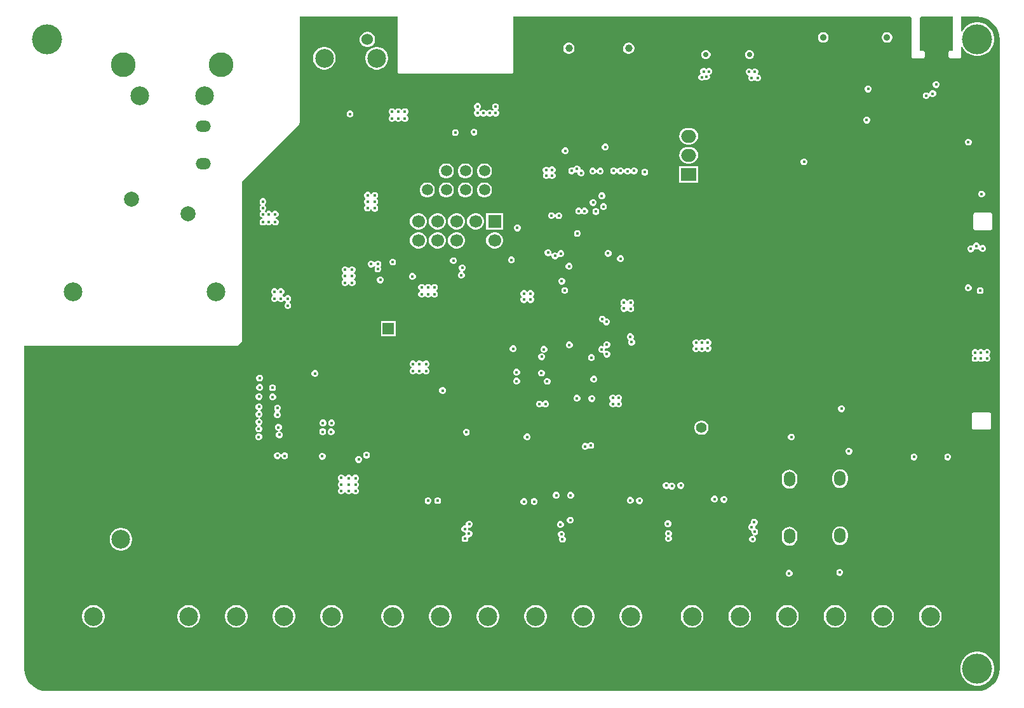
<source format=gbr>
%TF.GenerationSoftware,Altium Limited,Altium Designer,22.5.1 (42)*%
G04 Layer_Physical_Order=2*
G04 Layer_Color=16040612*
%FSLAX45Y45*%
%MOMM*%
%TF.SameCoordinates,BCC7A4F8-9605-4868-ACEC-D28EECC8EA53*%
%TF.FilePolarity,Positive*%
%TF.FileFunction,Copper,L2,Inr,Signal*%
%TF.Part,Single*%
G01*
G75*
%TA.AperFunction,ComponentPad*%
%ADD85O,1.20000X2.00000*%
%ADD86O,1.20000X1.80000*%
%ADD87C,0.70002*%
%ADD88C,3.30002*%
%ADD89C,2.50000*%
%ADD90C,2.49936*%
%ADD91C,1.99898*%
%TA.AperFunction,ViaPad*%
%ADD92C,4.00000*%
%TA.AperFunction,ComponentPad*%
%ADD93R,2.00000X1.70000*%
%ADD94O,2.00000X1.70000*%
%ADD95C,1.00000*%
%ADD96C,1.52400*%
%ADD97O,1.52400X2.00000*%
%ADD98C,1.50800*%
%ADD99R,1.50800X1.50800*%
%ADD100C,1.70000*%
%ADD101R,1.70000X1.70000*%
%ADD102C,1.50000*%
%ADD103R,1.50000X1.50000*%
%ADD104C,0.90002*%
%ADD105C,1.40800*%
%ADD106O,2.00000X1.50000*%
%TA.AperFunction,ViaPad*%
%ADD107C,0.40000*%
%ADD108C,0.60960*%
G36*
X12758526Y8994238D02*
X12814803Y8977166D01*
X12866669Y8949443D01*
X12912131Y8912135D01*
X12949438Y8866673D01*
X12977162Y8814807D01*
X12994234Y8758530D01*
X12999998Y8700002D01*
X13000000Y300002D01*
X12994237Y241475D01*
X12977164Y185197D01*
X12949442Y133331D01*
X12912132Y87870D01*
X12866672Y50561D01*
X12814806Y22838D01*
X12758528Y5767D01*
X12700000Y2D01*
X300000Y-0D01*
X241473Y5764D01*
X185195Y22836D01*
X133329Y50559D01*
X87868Y87868D01*
X50559Y133329D01*
X22836Y185195D01*
X5764Y241473D01*
X-0Y300000D01*
X-1Y4612000D01*
X2841030D01*
X2843270Y4612110D01*
X2847666Y4612984D01*
X2851806Y4614699D01*
X2855532Y4617189D01*
X2857194Y4618695D01*
X2857194D01*
X2895624Y4657126D01*
X2897131Y4658788D01*
X2899621Y4662514D01*
X2901336Y4666654D01*
X2902210Y4671049D01*
X2902320Y4673290D01*
Y6805511D01*
X3660374Y7563566D01*
X3661881Y7565228D01*
X3664371Y7568954D01*
X3666086Y7573094D01*
X3666960Y7577489D01*
X3667070Y7579730D01*
Y9000001D01*
X4974708Y9000001D01*
Y8262170D01*
X4976260Y8254367D01*
X4980681Y8247751D01*
X4987296Y8243330D01*
X4995100Y8241778D01*
X6494140D01*
X6501944Y8243330D01*
X6508559Y8247751D01*
X6512980Y8254367D01*
X6514532Y8262170D01*
Y9000001D01*
X11811039Y9000002D01*
X11823598Y8987302D01*
Y8467093D01*
X11825150Y8459289D01*
X11829571Y8452673D01*
X11836186Y8448253D01*
X11843990Y8446701D01*
X11903640D01*
X11904760Y8446478D01*
X11978920D01*
X11986724Y8448030D01*
X11993339Y8452451D01*
X11997760Y8459066D01*
X11999312Y8466870D01*
X11999312Y8524883D01*
X11998552Y8528703D01*
X11997763Y8532679D01*
X11997760Y8532683D01*
X11997759Y8532687D01*
X11995587Y8535938D01*
X11993345Y8539296D01*
X11993342Y8539299D01*
X11993339Y8539303D01*
X11989989Y8541541D01*
X11986732Y8543720D01*
X11986727Y8543720D01*
X11986723Y8543723D01*
X11982757Y8544512D01*
X11978929Y8545275D01*
X11936062Y8545295D01*
X11936062Y8987302D01*
X11948607Y9000002D01*
X12373458D01*
Y8555487D01*
X12364476Y8546509D01*
X12338954Y8546520D01*
X12338950Y8546519D01*
X12338945Y8546520D01*
X12335126Y8545761D01*
X12331150Y8544972D01*
X12331146Y8544969D01*
X12331141Y8544968D01*
X12327956Y8542840D01*
X12324532Y8540554D01*
X12324530Y8540550D01*
X12324526Y8540548D01*
X12322244Y8537133D01*
X12320109Y8533941D01*
X12320108Y8533936D01*
X12320105Y8533932D01*
X12319316Y8529965D01*
X12318553Y8526138D01*
X12318554Y8526133D01*
X12318553Y8526128D01*
Y8468083D01*
X12320105Y8460279D01*
X12324526Y8453664D01*
X12331141Y8449243D01*
X12338945Y8447691D01*
X12465530D01*
X12473334Y8449243D01*
X12479949Y8453664D01*
X12484370Y8460279D01*
X12485922Y8468083D01*
Y8595280D01*
X12498378Y8597757D01*
X12500251Y8593235D01*
X12524918Y8556318D01*
X12556314Y8524922D01*
X12593231Y8500255D01*
X12634251Y8483264D01*
X12677798Y8474602D01*
X12722198D01*
X12765745Y8483264D01*
X12806766Y8500255D01*
X12843681Y8524922D01*
X12875078Y8556318D01*
X12899745Y8593235D01*
X12916736Y8634255D01*
X12925398Y8677802D01*
Y8722202D01*
X12916736Y8765749D01*
X12899745Y8806769D01*
X12875078Y8843686D01*
X12843681Y8875082D01*
X12806766Y8899749D01*
X12765745Y8916740D01*
X12722198Y8925402D01*
X12677798D01*
X12634251Y8916740D01*
X12593231Y8899749D01*
X12556314Y8875082D01*
X12524918Y8843686D01*
X12500251Y8806769D01*
X12498378Y8802246D01*
X12485922Y8804724D01*
Y9000002D01*
X12699998D01*
X12758526Y8994238D01*
D02*
G37*
%LPC*%
G36*
X11506256Y8793728D02*
X11487719D01*
X11469814Y8788930D01*
X11453760Y8779662D01*
X11440653Y8766554D01*
X11431384Y8750501D01*
X11426586Y8732595D01*
Y8714058D01*
X11431384Y8696153D01*
X11440653Y8680099D01*
X11453760Y8666992D01*
X11469814Y8657723D01*
X11487719Y8652926D01*
X11506256D01*
X11524162Y8657723D01*
X11540215Y8666992D01*
X11553323Y8680099D01*
X11562591Y8696153D01*
X11567389Y8714058D01*
Y8732595D01*
X11562591Y8750501D01*
X11553323Y8766554D01*
X11540215Y8779662D01*
X11524162Y8788930D01*
X11506256Y8793728D01*
D02*
G37*
G36*
X10656271D02*
X10637734D01*
X10619828Y8788930D01*
X10603775Y8779662D01*
X10590667Y8766554D01*
X10581398Y8750501D01*
X10576601Y8732595D01*
Y8714058D01*
X10581398Y8696153D01*
X10590667Y8680099D01*
X10603775Y8666992D01*
X10619828Y8657723D01*
X10637734Y8652926D01*
X10656271D01*
X10674176Y8657723D01*
X10690230Y8666992D01*
X10703337Y8680099D01*
X10712606Y8696153D01*
X10717403Y8714058D01*
Y8732595D01*
X10712606Y8750501D01*
X10703337Y8766554D01*
X10690230Y8779662D01*
X10674176Y8788930D01*
X10656271Y8793728D01*
D02*
G37*
G36*
X4585767Y8798563D02*
X4559015D01*
X4533175Y8791639D01*
X4510007Y8778263D01*
X4491091Y8759346D01*
X4477715Y8736179D01*
X4470791Y8710338D01*
Y8683587D01*
X4477715Y8657746D01*
X4491091Y8634579D01*
X4510007Y8615662D01*
X4533175Y8602286D01*
X4559015Y8595363D01*
X4585767D01*
X4611607Y8602286D01*
X4634775Y8615662D01*
X4653691Y8634579D01*
X4667067Y8657746D01*
X4673991Y8683587D01*
Y8710338D01*
X4667067Y8736179D01*
X4653691Y8759346D01*
X4634775Y8778263D01*
X4611607Y8791639D01*
X4585767Y8798563D01*
D02*
G37*
G36*
X8065154Y8654729D02*
X8045301D01*
X8026124Y8649591D01*
X8008931Y8639665D01*
X7994892Y8625626D01*
X7984965Y8608433D01*
X7979827Y8589256D01*
Y8569403D01*
X7984965Y8550226D01*
X7994892Y8533033D01*
X8008931Y8518994D01*
X8026124Y8509068D01*
X8045301Y8503930D01*
X8065154D01*
X8084331Y8509068D01*
X8101524Y8518994D01*
X8115562Y8533033D01*
X8125489Y8550226D01*
X8130627Y8569403D01*
Y8589256D01*
X8125489Y8608433D01*
X8115562Y8625626D01*
X8101524Y8639665D01*
X8084331Y8649591D01*
X8065154Y8654729D01*
D02*
G37*
G36*
X7267137D02*
X7247283D01*
X7228107Y8649591D01*
X7210913Y8639665D01*
X7196875Y8625626D01*
X7186948Y8608433D01*
X7181810Y8589256D01*
Y8569403D01*
X7186948Y8550226D01*
X7196875Y8533033D01*
X7210913Y8518994D01*
X7228107Y8509068D01*
X7247283Y8503930D01*
X7267137D01*
X7286313Y8509068D01*
X7303507Y8518994D01*
X7317545Y8533033D01*
X7327472Y8550226D01*
X7332610Y8569403D01*
Y8589256D01*
X7327472Y8608433D01*
X7317545Y8625626D01*
X7303507Y8639665D01*
X7286313Y8649591D01*
X7267137Y8654729D01*
D02*
G37*
G36*
X9674540Y8555671D02*
X9650512D01*
X9628311Y8546475D01*
X9611320Y8529484D01*
X9602125Y8507284D01*
Y8483255D01*
X9611320Y8461055D01*
X9628311Y8444064D01*
X9650512Y8434869D01*
X9674540D01*
X9696741Y8444064D01*
X9713732Y8461055D01*
X9722927Y8483255D01*
Y8507284D01*
X9713732Y8529484D01*
X9696741Y8546475D01*
X9674540Y8555671D01*
D02*
G37*
G36*
X9096538D02*
X9072509D01*
X9050309Y8546475D01*
X9033318Y8529484D01*
X9024122Y8507284D01*
Y8483255D01*
X9033318Y8461055D01*
X9050309Y8444064D01*
X9072509Y8434869D01*
X9096538D01*
X9118738Y8444064D01*
X9135729Y8461055D01*
X9144925Y8483255D01*
Y8507284D01*
X9135729Y8529484D01*
X9118738Y8546475D01*
X9096538Y8555671D01*
D02*
G37*
G36*
X9132221Y8316460D02*
X9114159D01*
X9097473Y8309549D01*
X9087760Y8299836D01*
X9078047Y8309549D01*
X9061361Y8316460D01*
X9043299D01*
X9026613Y8309549D01*
X9013842Y8296777D01*
X9006930Y8280091D01*
Y8262029D01*
X9013842Y8245343D01*
X9007595Y8233629D01*
X9002564Y8231545D01*
X8989793Y8218774D01*
X8982881Y8202088D01*
Y8184026D01*
X8989793Y8167340D01*
X9002564Y8154569D01*
X9019250Y8147657D01*
X9037312D01*
X9053998Y8154569D01*
X9064036Y8164606D01*
X9065944Y8162698D01*
X9082630Y8155787D01*
X9100692D01*
X9117378Y8162698D01*
X9130149Y8175470D01*
X9137061Y8192156D01*
Y8210218D01*
X9135525Y8213927D01*
X9142626Y8229970D01*
X9148907Y8232572D01*
X9161678Y8245343D01*
X9168590Y8262029D01*
Y8280091D01*
X9161678Y8296777D01*
X9148907Y8309549D01*
X9132221Y8316460D01*
D02*
G37*
G36*
X4712197Y8597350D02*
X4682571D01*
X4653514Y8591570D01*
X4626143Y8580233D01*
X4601510Y8563773D01*
X4580561Y8542825D01*
X4564102Y8518191D01*
X4552764Y8490820D01*
X4546985Y8461763D01*
Y8432137D01*
X4552764Y8403080D01*
X4564102Y8375709D01*
X4580561Y8351076D01*
X4601510Y8330127D01*
X4626143Y8313668D01*
X4653514Y8302330D01*
X4682571Y8296551D01*
X4712197D01*
X4741254Y8302330D01*
X4768625Y8313668D01*
X4793259Y8330127D01*
X4814207Y8351076D01*
X4830667Y8375709D01*
X4842004Y8403080D01*
X4847784Y8432137D01*
Y8461763D01*
X4842004Y8490820D01*
X4830667Y8518191D01*
X4814207Y8542825D01*
X4793259Y8563773D01*
X4768625Y8580233D01*
X4741254Y8591570D01*
X4712197Y8597350D01*
D02*
G37*
G36*
X4012199D02*
X3982573D01*
X3953516Y8591570D01*
X3926145Y8580233D01*
X3901511Y8563773D01*
X3880563Y8542825D01*
X3864103Y8518191D01*
X3852766Y8490820D01*
X3846986Y8461763D01*
Y8432137D01*
X3852766Y8403080D01*
X3864103Y8375709D01*
X3880563Y8351076D01*
X3901511Y8330127D01*
X3926145Y8313668D01*
X3953516Y8302330D01*
X3982573Y8296551D01*
X4012199D01*
X4041256Y8302330D01*
X4068627Y8313668D01*
X4093260Y8330127D01*
X4114209Y8351076D01*
X4130668Y8375709D01*
X4142006Y8403080D01*
X4147785Y8432137D01*
Y8461763D01*
X4142006Y8490820D01*
X4130668Y8518191D01*
X4114209Y8542825D01*
X4093260Y8563773D01*
X4068627Y8580233D01*
X4041256Y8591570D01*
X4012199Y8597350D01*
D02*
G37*
G36*
X9744611Y8309410D02*
X9726549D01*
X9709863Y8302499D01*
X9705200Y8297836D01*
X9696903Y8289907D01*
X9688607Y8297836D01*
X9683944Y8302499D01*
X9667258Y8309410D01*
X9649196D01*
X9632510Y8302499D01*
X9619738Y8289727D01*
X9612827Y8273041D01*
Y8254979D01*
X9619738Y8238293D01*
X9632510Y8225522D01*
X9647665Y8219244D01*
X9650124Y8216352D01*
X9654416Y8205910D01*
X9649007Y8192851D01*
Y8174789D01*
X9655918Y8158103D01*
X9668690Y8145332D01*
X9685376Y8138420D01*
X9703438D01*
X9720124Y8145332D01*
X9724787Y8149995D01*
X9733083Y8157923D01*
X9741380Y8149995D01*
X9746043Y8145332D01*
X9762729Y8138420D01*
X9780791D01*
X9797477Y8145332D01*
X9810248Y8158103D01*
X9817160Y8174789D01*
Y8192851D01*
X9810248Y8209537D01*
X9797477Y8222308D01*
X9782322Y8228586D01*
X9779863Y8231478D01*
X9775571Y8241920D01*
X9780980Y8254979D01*
Y8273041D01*
X9774068Y8289727D01*
X9761297Y8302499D01*
X9744611Y8309410D01*
D02*
G37*
G36*
X12162051Y8139780D02*
X12143989D01*
X12127303Y8132868D01*
X12114532Y8120097D01*
X12107620Y8103411D01*
Y8085349D01*
X12114532Y8068663D01*
X12127303Y8055892D01*
X12143989Y8048980D01*
X12162051D01*
X12178737Y8055892D01*
X12191509Y8068663D01*
X12198420Y8085349D01*
Y8103411D01*
X12191509Y8120097D01*
X12178737Y8132868D01*
X12162051Y8139780D01*
D02*
G37*
G36*
X11253761Y8080360D02*
X11235699D01*
X11219013Y8073448D01*
X11206242Y8060677D01*
X11199330Y8043991D01*
Y8025929D01*
X11206242Y8009243D01*
X11219013Y7996472D01*
X11235699Y7989560D01*
X11253761D01*
X11270447Y7996472D01*
X11283218Y8009243D01*
X11290130Y8025929D01*
Y8043991D01*
X11283218Y8060677D01*
X11270447Y8073448D01*
X11253761Y8080360D01*
D02*
G37*
G36*
X12116273Y8020195D02*
X12098212D01*
X12081526Y8013283D01*
X12068754Y8000512D01*
X12061843Y7983826D01*
X12049143Y7979853D01*
X12044337Y7984658D01*
X12027651Y7991570D01*
X12009589D01*
X11992903Y7984658D01*
X11980132Y7971887D01*
X11973220Y7955201D01*
Y7937139D01*
X11980132Y7920453D01*
X11992903Y7907682D01*
X12009589Y7900770D01*
X12027651D01*
X12044337Y7907682D01*
X12057108Y7920453D01*
X12064020Y7937139D01*
X12076720Y7941112D01*
X12081526Y7936306D01*
X12098212Y7929395D01*
X12116273D01*
X12132960Y7936306D01*
X12145731Y7949078D01*
X12152643Y7965764D01*
Y7983826D01*
X12145731Y8000512D01*
X12132960Y8013283D01*
X12116273Y8020195D01*
D02*
G37*
G36*
X5081421Y7778990D02*
X5063359D01*
X5046673Y7772078D01*
X5037591Y7762996D01*
X5029637Y7760595D01*
X5021683Y7762996D01*
X5012601Y7772078D01*
X4995915Y7778990D01*
X4977853D01*
X4961167Y7772078D01*
X4951763Y7762675D01*
X4943904Y7760532D01*
X4936044Y7762675D01*
X4926640Y7772078D01*
X4909954Y7778990D01*
X4891893D01*
X4875206Y7772078D01*
X4862435Y7759307D01*
X4855523Y7742621D01*
Y7724559D01*
X4862435Y7707873D01*
X4875206Y7695102D01*
X4877267Y7694248D01*
Y7680502D01*
X4875206Y7679648D01*
X4862435Y7666877D01*
X4855523Y7650191D01*
Y7632129D01*
X4862435Y7615443D01*
X4875206Y7602672D01*
X4891893Y7595760D01*
X4909954D01*
X4926640Y7602672D01*
X4936044Y7612075D01*
X4943904Y7614218D01*
X4951763Y7612075D01*
X4961167Y7602672D01*
X4977853Y7595760D01*
X4995915D01*
X5012601Y7602672D01*
X5021683Y7611754D01*
X5029637Y7614155D01*
X5037591Y7611754D01*
X5046673Y7602672D01*
X5063359Y7595760D01*
X5081421D01*
X5098107Y7602672D01*
X5110879Y7615443D01*
X5117790Y7632129D01*
Y7650191D01*
X5110879Y7666877D01*
X5098107Y7679648D01*
X5096047Y7680502D01*
Y7694248D01*
X5098107Y7695102D01*
X5110879Y7707873D01*
X5117790Y7724559D01*
Y7742621D01*
X5110879Y7759307D01*
X5098107Y7772078D01*
X5081421Y7778990D01*
D02*
G37*
G36*
X6047221Y7849196D02*
X6029159D01*
X6012473Y7842285D01*
X5999702Y7829513D01*
X5992790Y7812827D01*
Y7794765D01*
X5999702Y7778079D01*
X6010785Y7766996D01*
X6011738Y7759628D01*
X6010785Y7752261D01*
X5999702Y7741177D01*
X5992790Y7724491D01*
Y7706429D01*
X5999702Y7689743D01*
X6012473Y7676972D01*
X6029159Y7670060D01*
X6047221D01*
X6063907Y7676972D01*
X6070540Y7683605D01*
X6078837Y7688476D01*
X6087133Y7683605D01*
X6093766Y7676972D01*
X6110453Y7670060D01*
X6128514D01*
X6145200Y7676972D01*
X6151833Y7683605D01*
X6160130Y7688476D01*
X6168427Y7683605D01*
X6175060Y7676972D01*
X6191746Y7670060D01*
X6209807D01*
X6226494Y7676972D01*
X6233126Y7683605D01*
X6241423Y7688476D01*
X6249720Y7683605D01*
X6256353Y7676972D01*
X6273039Y7670060D01*
X6291100D01*
X6307787Y7676972D01*
X6320558Y7689743D01*
X6327470Y7706429D01*
Y7724491D01*
X6320558Y7741177D01*
X6311087Y7750648D01*
X6308145Y7755657D01*
X6310441Y7766596D01*
X6317718Y7773873D01*
X6324630Y7790559D01*
Y7808621D01*
X6317718Y7825307D01*
X6304947Y7838078D01*
X6288261Y7844990D01*
X6270199D01*
X6253513Y7838078D01*
X6240742Y7825307D01*
X6233830Y7808621D01*
Y7790559D01*
X6240742Y7773873D01*
X6250213Y7764402D01*
X6252377Y7760718D01*
X6248922Y7748550D01*
X6238847Y7743957D01*
X6233126Y7747315D01*
X6226494Y7753948D01*
X6209807Y7760860D01*
X6191746D01*
X6175060Y7753948D01*
X6168427Y7747315D01*
X6160130Y7742445D01*
X6151833Y7747315D01*
X6145200Y7753948D01*
X6128514Y7760860D01*
X6110453D01*
X6093766Y7753948D01*
X6087133Y7747315D01*
X6078837Y7742445D01*
X6070540Y7747315D01*
X6065595Y7752261D01*
X6064642Y7759628D01*
X6065595Y7766996D01*
X6076678Y7778079D01*
X6083590Y7794765D01*
Y7812827D01*
X6076678Y7829513D01*
X6063907Y7842285D01*
X6047221Y7849196D01*
D02*
G37*
G36*
X4348831Y7747720D02*
X4330769D01*
X4314083Y7740808D01*
X4301312Y7728037D01*
X4294400Y7711351D01*
Y7693289D01*
X4301312Y7676603D01*
X4314083Y7663832D01*
X4330769Y7656920D01*
X4348831D01*
X4365517Y7663832D01*
X4378288Y7676603D01*
X4385200Y7693289D01*
Y7711351D01*
X4378288Y7728037D01*
X4365517Y7740808D01*
X4348831Y7747720D01*
D02*
G37*
G36*
X11236551Y7665400D02*
X11218489D01*
X11201803Y7658488D01*
X11189032Y7645717D01*
X11182120Y7629031D01*
Y7610969D01*
X11189032Y7594283D01*
X11201803Y7581512D01*
X11218489Y7574600D01*
X11236551D01*
X11253237Y7581512D01*
X11266008Y7594283D01*
X11272920Y7610969D01*
Y7629031D01*
X11266008Y7645717D01*
X11253237Y7658488D01*
X11236551Y7665400D01*
D02*
G37*
G36*
X6001011Y7505890D02*
X5982949D01*
X5966263Y7498978D01*
X5953492Y7486207D01*
X5946580Y7469521D01*
Y7451459D01*
X5953492Y7434773D01*
X5966263Y7422002D01*
X5982949Y7415090D01*
X6001011D01*
X6017697Y7422002D01*
X6030469Y7434773D01*
X6037380Y7451459D01*
Y7469521D01*
X6030469Y7486207D01*
X6017697Y7498978D01*
X6001011Y7505890D01*
D02*
G37*
G36*
X5753881Y7499410D02*
X5735819D01*
X5719133Y7492498D01*
X5706362Y7479727D01*
X5699450Y7463041D01*
Y7444979D01*
X5706362Y7428293D01*
X5719133Y7415522D01*
X5735819Y7408610D01*
X5753881D01*
X5770567Y7415522D01*
X5783338Y7428293D01*
X5790250Y7444979D01*
Y7463041D01*
X5783338Y7479727D01*
X5770567Y7492498D01*
X5753881Y7499410D01*
D02*
G37*
G36*
X8868710Y7517203D02*
X8838710D01*
X8809890Y7513408D01*
X8783033Y7502284D01*
X8759972Y7484588D01*
X8742276Y7461526D01*
X8731151Y7434670D01*
X8727357Y7405850D01*
X8731151Y7377030D01*
X8742276Y7350174D01*
X8759972Y7327112D01*
X8783033Y7309416D01*
X8809890Y7298292D01*
X8838710Y7294497D01*
X8868710D01*
X8897530Y7298292D01*
X8924387Y7309416D01*
X8947448Y7327112D01*
X8965144Y7350174D01*
X8976269Y7377030D01*
X8980063Y7405850D01*
X8976269Y7434670D01*
X8965144Y7461526D01*
X8947448Y7484588D01*
X8924387Y7502284D01*
X8897530Y7513408D01*
X8868710Y7517203D01*
D02*
G37*
G36*
X12590261Y7371540D02*
X12572199D01*
X12555513Y7364628D01*
X12542742Y7351857D01*
X12535830Y7335171D01*
Y7317109D01*
X12542742Y7300423D01*
X12555513Y7287652D01*
X12572199Y7280740D01*
X12590261D01*
X12606947Y7287652D01*
X12619718Y7300423D01*
X12626630Y7317109D01*
Y7335171D01*
X12619718Y7351857D01*
X12606947Y7364628D01*
X12590261Y7371540D01*
D02*
G37*
G36*
X7748871Y7307720D02*
X7730809D01*
X7714123Y7300808D01*
X7701352Y7288037D01*
X7694440Y7271351D01*
Y7253289D01*
X7701352Y7236603D01*
X7714123Y7223832D01*
X7730809Y7216920D01*
X7748871D01*
X7765557Y7223832D01*
X7778328Y7236603D01*
X7785240Y7253289D01*
Y7271351D01*
X7778328Y7288037D01*
X7765557Y7300808D01*
X7748871Y7307720D01*
D02*
G37*
G36*
X7215941Y7255920D02*
X7197879D01*
X7181193Y7249008D01*
X7168422Y7236237D01*
X7161510Y7219551D01*
Y7201489D01*
X7168422Y7184803D01*
X7181193Y7172032D01*
X7197879Y7165120D01*
X7215941D01*
X7232627Y7172032D01*
X7245399Y7184803D01*
X7252310Y7201489D01*
Y7219551D01*
X7245399Y7236237D01*
X7232627Y7249008D01*
X7215941Y7255920D01*
D02*
G37*
G36*
X8868710Y7263203D02*
X8838710D01*
X8809890Y7259408D01*
X8783033Y7248284D01*
X8759972Y7230588D01*
X8742276Y7207526D01*
X8731151Y7180670D01*
X8727357Y7151850D01*
X8731151Y7123030D01*
X8742276Y7096174D01*
X8759972Y7073112D01*
X8783033Y7055416D01*
X8809890Y7044292D01*
X8838710Y7040497D01*
X8868710D01*
X8897530Y7044292D01*
X8924387Y7055416D01*
X8947448Y7073112D01*
X8965144Y7096174D01*
X8976269Y7123030D01*
X8980063Y7151850D01*
X8976269Y7180670D01*
X8965144Y7207526D01*
X8947448Y7230588D01*
X8924387Y7248284D01*
X8897530Y7259408D01*
X8868710Y7263203D01*
D02*
G37*
G36*
X10400771Y7109380D02*
X10382709D01*
X10366023Y7102468D01*
X10353252Y7089697D01*
X10346340Y7073011D01*
Y7054949D01*
X10353252Y7038263D01*
X10366023Y7025492D01*
X10382709Y7018580D01*
X10400771D01*
X10417457Y7025492D01*
X10430228Y7038263D01*
X10437140Y7054949D01*
Y7073011D01*
X10430228Y7089697D01*
X10417457Y7102468D01*
X10400771Y7109380D01*
D02*
G37*
G36*
X7042691Y7001960D02*
X7024629D01*
X7007943Y6995048D01*
X6995172Y6982277D01*
X6984728Y6988427D01*
X6980507Y6992648D01*
X6963821Y6999560D01*
X6945759D01*
X6929073Y6992648D01*
X6916302Y6979877D01*
X6909390Y6963191D01*
Y6945129D01*
X6916302Y6928443D01*
X6928470Y6916275D01*
X6918152Y6905957D01*
X6911240Y6889271D01*
Y6871209D01*
X6918152Y6854523D01*
X6930923Y6841752D01*
X6947609Y6834840D01*
X6965671D01*
X6982357Y6841752D01*
X6986803Y6846198D01*
X6995772Y6853823D01*
X7008543Y6841052D01*
X7025229Y6834140D01*
X7043291D01*
X7059977Y6841052D01*
X7072748Y6853823D01*
X7079660Y6870509D01*
Y6888571D01*
X7072748Y6905257D01*
X7059977Y6918028D01*
X7059870Y6918565D01*
X7072148Y6930843D01*
X7079060Y6947529D01*
Y6965591D01*
X7072148Y6982277D01*
X7059377Y6995048D01*
X7042691Y7001960D01*
D02*
G37*
G36*
X7375162Y7014533D02*
X7357101D01*
X7340415Y7007621D01*
X7327643Y6994850D01*
X7322383Y6982151D01*
X7319757Y6981628D01*
X7303071Y6988540D01*
X7285009D01*
X7268323Y6981628D01*
X7255552Y6968857D01*
X7248640Y6952171D01*
Y6934109D01*
X7255552Y6917423D01*
X7268323Y6904652D01*
X7285009Y6897740D01*
X7303071D01*
X7319757Y6904652D01*
X7332528Y6917423D01*
X7337788Y6930122D01*
X7340415Y6930644D01*
X7357101Y6923733D01*
X7374682D01*
Y6906152D01*
X7381594Y6889465D01*
X7394365Y6876694D01*
X7411051Y6869782D01*
X7429113D01*
X7445799Y6876694D01*
X7458571Y6889465D01*
X7465482Y6906152D01*
Y6924213D01*
X7458571Y6940899D01*
X7445799Y6953671D01*
X7429113Y6960582D01*
X7411532D01*
Y6978163D01*
X7404620Y6994850D01*
X7391849Y7007621D01*
X7375162Y7014533D01*
D02*
G37*
G36*
X7683301Y6986820D02*
X7665239D01*
X7648553Y6979908D01*
X7635782Y6967137D01*
X7631765Y6957440D01*
X7618019D01*
X7614528Y6965867D01*
X7601757Y6978638D01*
X7585071Y6985550D01*
X7567009D01*
X7550323Y6978638D01*
X7537552Y6965867D01*
X7530640Y6949181D01*
Y6931119D01*
X7537552Y6914433D01*
X7550323Y6901662D01*
X7567009Y6894750D01*
X7585071D01*
X7601757Y6901662D01*
X7614528Y6914433D01*
X7618545Y6924130D01*
X7632291D01*
X7635782Y6915703D01*
X7648553Y6902932D01*
X7665239Y6896020D01*
X7683301D01*
X7699987Y6902932D01*
X7712759Y6915703D01*
X7719670Y6932389D01*
Y6950451D01*
X7712759Y6967137D01*
X7699987Y6979908D01*
X7683301Y6986820D01*
D02*
G37*
G36*
X7862411Y6989920D02*
X7844350D01*
X7827663Y6983008D01*
X7814892Y6970237D01*
X7807980Y6953551D01*
Y6935489D01*
X7814892Y6918803D01*
X7827663Y6906032D01*
X7844350Y6899120D01*
X7862411D01*
X7879097Y6906032D01*
X7890925Y6917860D01*
X7904425Y6918456D01*
X7904592Y6918053D01*
X7917363Y6905282D01*
X7934049Y6898370D01*
X7952111D01*
X7968797Y6905282D01*
X7981568Y6918053D01*
X7982802Y6921032D01*
X7996549D01*
X8000018Y6912656D01*
X8012790Y6899885D01*
X8029476Y6892974D01*
X8047537D01*
X8064224Y6899885D01*
X8076995Y6912656D01*
X8077393Y6913617D01*
X8081139Y6915012D01*
X8091900Y6915454D01*
X8102073Y6905282D01*
X8118759Y6898370D01*
X8136821D01*
X8153507Y6905282D01*
X8166278Y6918053D01*
X8173190Y6934739D01*
Y6952801D01*
X8166278Y6969487D01*
X8153507Y6982258D01*
X8136821Y6989170D01*
X8118759D01*
X8102073Y6982258D01*
X8089302Y6969487D01*
X8088904Y6968527D01*
X8085158Y6967131D01*
X8074396Y6966689D01*
X8064224Y6976862D01*
X8047537Y6983773D01*
X8029476D01*
X8012790Y6976862D01*
X8000018Y6964090D01*
X7998784Y6961111D01*
X7985038D01*
X7981568Y6969487D01*
X7968797Y6982258D01*
X7952111Y6989170D01*
X7934049D01*
X7917363Y6982258D01*
X7905535Y6970430D01*
X7892036Y6969834D01*
X7891869Y6970237D01*
X7879097Y6983008D01*
X7862411Y6989920D01*
D02*
G37*
G36*
X8277714Y6971503D02*
X8259652D01*
X8242966Y6964592D01*
X8230195Y6951820D01*
X8223283Y6935134D01*
Y6917073D01*
X8230195Y6900386D01*
X8242966Y6887615D01*
X8259652Y6880703D01*
X8277714D01*
X8294400Y6887615D01*
X8307171Y6900386D01*
X8314083Y6917073D01*
Y6935134D01*
X8307171Y6951820D01*
X8294400Y6964592D01*
X8277714Y6971503D01*
D02*
G37*
G36*
X6144748Y7043110D02*
X6118312D01*
X6092777Y7036268D01*
X6069883Y7023050D01*
X6051190Y7004357D01*
X6037972Y6981463D01*
X6031130Y6955928D01*
Y6929492D01*
X6037972Y6903957D01*
X6051190Y6881063D01*
X6069883Y6862370D01*
X6092777Y6849152D01*
X6118312Y6842310D01*
X6144748D01*
X6170283Y6849152D01*
X6193177Y6862370D01*
X6211870Y6881063D01*
X6225088Y6903957D01*
X6231930Y6929492D01*
Y6955928D01*
X6225088Y6981463D01*
X6211870Y7004357D01*
X6193177Y7023050D01*
X6170283Y7036268D01*
X6144748Y7043110D01*
D02*
G37*
G36*
X5890748D02*
X5864312D01*
X5838777Y7036268D01*
X5815883Y7023050D01*
X5797190Y7004357D01*
X5783972Y6981463D01*
X5777130Y6955928D01*
Y6929492D01*
X5783972Y6903957D01*
X5797190Y6881063D01*
X5815883Y6862370D01*
X5838777Y6849152D01*
X5864312Y6842310D01*
X5890748D01*
X5916283Y6849152D01*
X5939177Y6862370D01*
X5957870Y6881063D01*
X5971088Y6903957D01*
X5977930Y6929492D01*
Y6955928D01*
X5971088Y6981463D01*
X5957870Y7004357D01*
X5939177Y7023050D01*
X5916283Y7036268D01*
X5890748Y7043110D01*
D02*
G37*
G36*
X5636748D02*
X5610312D01*
X5584777Y7036268D01*
X5561883Y7023050D01*
X5543190Y7004357D01*
X5529972Y6981463D01*
X5523130Y6955928D01*
Y6929492D01*
X5529972Y6903957D01*
X5543190Y6881063D01*
X5561883Y6862370D01*
X5584777Y6849152D01*
X5610312Y6842310D01*
X5636748D01*
X5662283Y6849152D01*
X5685177Y6862370D01*
X5703870Y6881063D01*
X5717088Y6903957D01*
X5723930Y6929492D01*
Y6955928D01*
X5717088Y6981463D01*
X5703870Y7004357D01*
X5685177Y7023050D01*
X5662283Y7036268D01*
X5636748Y7043110D01*
D02*
G37*
G36*
X8979110Y7008250D02*
X8728310D01*
Y6787450D01*
X8979110D01*
Y7008250D01*
D02*
G37*
G36*
X12767571Y6679410D02*
X12749510D01*
X12732823Y6672498D01*
X12720052Y6659727D01*
X12713140Y6643041D01*
Y6624979D01*
X12720052Y6608293D01*
X12732823Y6595522D01*
X12749510Y6588610D01*
X12767571D01*
X12784257Y6595522D01*
X12797029Y6608293D01*
X12803940Y6624979D01*
Y6643041D01*
X12797029Y6659727D01*
X12784257Y6672498D01*
X12767571Y6679410D01*
D02*
G37*
G36*
X6144748Y6789110D02*
X6118312D01*
X6092777Y6782268D01*
X6069883Y6769050D01*
X6051190Y6750357D01*
X6037972Y6727463D01*
X6031130Y6701928D01*
Y6675492D01*
X6037972Y6649957D01*
X6051190Y6627063D01*
X6069883Y6608370D01*
X6092777Y6595152D01*
X6118312Y6588310D01*
X6144748D01*
X6170283Y6595152D01*
X6193177Y6608370D01*
X6211870Y6627063D01*
X6225088Y6649957D01*
X6231930Y6675492D01*
Y6701928D01*
X6225088Y6727463D01*
X6211870Y6750357D01*
X6193177Y6769050D01*
X6170283Y6782268D01*
X6144748Y6789110D01*
D02*
G37*
G36*
X5890748D02*
X5864312D01*
X5838777Y6782268D01*
X5815883Y6769050D01*
X5797190Y6750357D01*
X5783972Y6727463D01*
X5777130Y6701928D01*
Y6675492D01*
X5783972Y6649957D01*
X5797190Y6627063D01*
X5815883Y6608370D01*
X5838777Y6595152D01*
X5864312Y6588310D01*
X5890748D01*
X5916283Y6595152D01*
X5939177Y6608370D01*
X5957870Y6627063D01*
X5971088Y6649957D01*
X5977930Y6675492D01*
Y6701928D01*
X5971088Y6727463D01*
X5957870Y6750357D01*
X5939177Y6769050D01*
X5916283Y6782268D01*
X5890748Y6789110D01*
D02*
G37*
G36*
X5636748D02*
X5610312D01*
X5584777Y6782268D01*
X5561883Y6769050D01*
X5543190Y6750357D01*
X5529972Y6727463D01*
X5523130Y6701928D01*
Y6675492D01*
X5529972Y6649957D01*
X5543190Y6627063D01*
X5561883Y6608370D01*
X5584777Y6595152D01*
X5610312Y6588310D01*
X5636748D01*
X5662283Y6595152D01*
X5685177Y6608370D01*
X5703870Y6627063D01*
X5717088Y6649957D01*
X5723930Y6675492D01*
Y6701928D01*
X5717088Y6727463D01*
X5703870Y6750357D01*
X5685177Y6769050D01*
X5662283Y6782268D01*
X5636748Y6789110D01*
D02*
G37*
G36*
X5382748D02*
X5356312D01*
X5330777Y6782268D01*
X5307883Y6769050D01*
X5289190Y6750357D01*
X5275972Y6727463D01*
X5269130Y6701928D01*
Y6675492D01*
X5275972Y6649957D01*
X5289190Y6627063D01*
X5307883Y6608370D01*
X5330777Y6595152D01*
X5356312Y6588310D01*
X5382748D01*
X5408283Y6595152D01*
X5431177Y6608370D01*
X5449870Y6627063D01*
X5463088Y6649957D01*
X5469930Y6675492D01*
Y6701928D01*
X5463088Y6727463D01*
X5449870Y6750357D01*
X5431177Y6769050D01*
X5408283Y6782268D01*
X5382748Y6789110D01*
D02*
G37*
G36*
X7705835Y6655758D02*
X7687774D01*
X7671088Y6648846D01*
X7658316Y6636075D01*
X7651405Y6619389D01*
Y6601327D01*
X7658316Y6584641D01*
X7671088Y6571870D01*
X7687774Y6564958D01*
X7705835D01*
X7722522Y6571870D01*
X7735293Y6584641D01*
X7742205Y6601327D01*
Y6619389D01*
X7735293Y6636075D01*
X7722522Y6648846D01*
X7705835Y6655758D01*
D02*
G37*
G36*
X7590118Y6566149D02*
X7572056D01*
X7555370Y6559237D01*
X7542599Y6546466D01*
X7535687Y6529779D01*
Y6511718D01*
X7542599Y6495032D01*
X7555370Y6482260D01*
X7572056Y6475349D01*
X7590118D01*
X7606804Y6482260D01*
X7619575Y6495032D01*
X7626487Y6511718D01*
Y6529779D01*
X7619575Y6546466D01*
X7606804Y6559237D01*
X7590118Y6566149D01*
D02*
G37*
G36*
X7475361Y6452510D02*
X7457299D01*
X7440613Y6445598D01*
X7434792Y6439777D01*
X7427835Y6432832D01*
X7418198Y6439777D01*
X7413717Y6444258D01*
X7397031Y6451170D01*
X7378969D01*
X7362283Y6444258D01*
X7349512Y6431487D01*
X7342600Y6414801D01*
Y6396739D01*
X7349512Y6380053D01*
X7362283Y6367282D01*
X7378969Y6360370D01*
X7397031D01*
X7413717Y6367282D01*
X7419538Y6373103D01*
X7426495Y6380048D01*
X7436132Y6373103D01*
X7440613Y6368622D01*
X7457299Y6361710D01*
X7475361D01*
X7492047Y6368622D01*
X7504818Y6381393D01*
X7511730Y6398079D01*
Y6416141D01*
X7504818Y6432827D01*
X7492047Y6445598D01*
X7475361Y6452510D01*
D02*
G37*
G36*
X7727311Y6511650D02*
X7709249D01*
X7692563Y6504738D01*
X7679792Y6491967D01*
X7672880Y6475281D01*
Y6457219D01*
X7679792Y6440533D01*
X7692563Y6427762D01*
X7709249Y6420850D01*
X7727311D01*
X7743997Y6427762D01*
X7756768Y6440533D01*
X7763680Y6457219D01*
Y6475281D01*
X7756768Y6491967D01*
X7743997Y6504738D01*
X7727311Y6511650D01*
D02*
G37*
G36*
X4583224Y6663532D02*
X4565163D01*
X4548477Y6656620D01*
X4535705Y6643849D01*
X4528794Y6627163D01*
Y6609101D01*
X4535705Y6592415D01*
X4544787Y6583333D01*
X4547189Y6575379D01*
X4544787Y6567425D01*
X4535705Y6558343D01*
X4528794Y6541656D01*
Y6523595D01*
X4535705Y6506909D01*
X4545109Y6497505D01*
X4547252Y6489645D01*
X4545109Y6481786D01*
X4535705Y6472382D01*
X4528794Y6455696D01*
Y6437634D01*
X4535705Y6420948D01*
X4548477Y6408177D01*
X4565163Y6401265D01*
X4583224D01*
X4599911Y6408177D01*
X4612682Y6420948D01*
X4615064Y6426699D01*
X4628811D01*
X4631742Y6419623D01*
X4644513Y6406852D01*
X4661199Y6399940D01*
X4679261D01*
X4695947Y6406852D01*
X4708718Y6419623D01*
X4715630Y6436309D01*
Y6454371D01*
X4708718Y6471057D01*
X4699314Y6480461D01*
X4697172Y6488320D01*
X4699314Y6496180D01*
X4708718Y6505584D01*
X4715630Y6522270D01*
Y6540331D01*
X4708718Y6557018D01*
X4699636Y6566100D01*
X4697235Y6574054D01*
X4699636Y6582007D01*
X4708718Y6591090D01*
X4715630Y6607776D01*
Y6625837D01*
X4708718Y6642524D01*
X4695947Y6655295D01*
X4679261Y6662207D01*
X4661199D01*
X4644513Y6655295D01*
X4631742Y6642524D01*
X4629359Y6636773D01*
X4615613D01*
X4612682Y6643849D01*
X4599911Y6656620D01*
X4583224Y6663532D01*
D02*
G37*
G36*
X7625631Y6448470D02*
X7607569D01*
X7590883Y6441558D01*
X7578112Y6428787D01*
X7571200Y6412101D01*
Y6394039D01*
X7578112Y6377353D01*
X7590883Y6364582D01*
X7607569Y6357670D01*
X7625631D01*
X7642317Y6364582D01*
X7655088Y6377353D01*
X7662000Y6394039D01*
Y6412101D01*
X7655088Y6428787D01*
X7642317Y6441558D01*
X7625631Y6448470D01*
D02*
G37*
G36*
X7036130Y6391430D02*
X7018069D01*
X7001383Y6384518D01*
X6988611Y6371747D01*
X6981700Y6355061D01*
Y6336999D01*
X6988611Y6320313D01*
X7001383Y6307542D01*
X7018069Y6300630D01*
X7036130D01*
X7052817Y6307542D01*
X7065588Y6320313D01*
X7068671Y6327755D01*
X7082417D01*
X7086192Y6318643D01*
X7098963Y6305872D01*
X7115649Y6298960D01*
X7133711D01*
X7150397Y6305872D01*
X7163168Y6318643D01*
X7170080Y6335329D01*
Y6353391D01*
X7163168Y6370077D01*
X7150397Y6382848D01*
X7133711Y6389760D01*
X7115649D01*
X7098963Y6382848D01*
X7086192Y6370077D01*
X7083109Y6362635D01*
X7069363D01*
X7065588Y6371747D01*
X7052817Y6384518D01*
X7036130Y6391430D01*
D02*
G37*
G36*
X3188681Y6580047D02*
X3170619D01*
X3153933Y6573135D01*
X3141162Y6560364D01*
X3134250Y6543678D01*
Y6525616D01*
X3141162Y6508930D01*
X3150244Y6499848D01*
X3152645Y6491894D01*
X3150244Y6483940D01*
X3141162Y6474858D01*
X3134250Y6458171D01*
Y6440110D01*
X3141162Y6423424D01*
X3150565Y6414020D01*
X3152708Y6406160D01*
X3150565Y6398301D01*
X3141162Y6388897D01*
X3134250Y6372211D01*
Y6354149D01*
X3141162Y6337463D01*
X3153933Y6324692D01*
X3170619Y6317780D01*
Y6306000D01*
X3153933Y6299088D01*
X3141162Y6286317D01*
X3134250Y6269631D01*
Y6251569D01*
X3141162Y6234883D01*
X3153933Y6222112D01*
X3170619Y6215200D01*
X3188681D01*
X3205367Y6222112D01*
X3210270Y6227015D01*
X3218567Y6234496D01*
X3226864Y6227015D01*
X3231767Y6222112D01*
X3248453Y6215200D01*
X3266515D01*
X3283201Y6222112D01*
X3292283Y6231194D01*
X3300237Y6233595D01*
X3308191Y6231194D01*
X3317273Y6222112D01*
X3333959Y6215200D01*
X3352021D01*
X3368707Y6222112D01*
X3381478Y6234883D01*
X3388390Y6251569D01*
Y6269631D01*
X3381478Y6286317D01*
X3368707Y6299088D01*
X3352021Y6306000D01*
Y6317780D01*
X3368707Y6324692D01*
X3381478Y6337463D01*
X3388390Y6354149D01*
Y6372211D01*
X3381478Y6388897D01*
X3368707Y6401668D01*
X3352021Y6408580D01*
X3333959D01*
X3317273Y6401668D01*
X3308191Y6392586D01*
X3300237Y6390185D01*
X3292283Y6392586D01*
X3283201Y6401668D01*
X3266515Y6408580D01*
X3248453D01*
X3231767Y6401668D01*
X3226864Y6396765D01*
X3218567Y6389284D01*
X3210270Y6396765D01*
X3208735Y6398301D01*
X3206592Y6406160D01*
X3208735Y6414020D01*
X3218138Y6423424D01*
X3225050Y6440110D01*
Y6458171D01*
X3218138Y6474858D01*
X3209056Y6483940D01*
X3206655Y6491894D01*
X3209056Y6499848D01*
X3218138Y6508930D01*
X3225050Y6525616D01*
Y6543678D01*
X3218138Y6560364D01*
X3205367Y6573135D01*
X3188681Y6580047D01*
D02*
G37*
G36*
X6376960Y6379740D02*
X6156160D01*
Y6158940D01*
X6376960D01*
Y6379740D01*
D02*
G37*
G36*
X6027094D02*
X5998026D01*
X5969947Y6372216D01*
X5944773Y6357682D01*
X5924218Y6337127D01*
X5909684Y6311953D01*
X5902160Y6283874D01*
Y6254806D01*
X5909684Y6226727D01*
X5924218Y6201553D01*
X5944773Y6180998D01*
X5969947Y6166464D01*
X5998026Y6158940D01*
X6027094D01*
X6055173Y6166464D01*
X6080347Y6180998D01*
X6100902Y6201553D01*
X6115436Y6226727D01*
X6122960Y6254806D01*
Y6283874D01*
X6115436Y6311953D01*
X6100902Y6337127D01*
X6080347Y6357682D01*
X6055173Y6372216D01*
X6027094Y6379740D01*
D02*
G37*
G36*
X5773094D02*
X5744026D01*
X5715947Y6372216D01*
X5690773Y6357682D01*
X5670218Y6337127D01*
X5655684Y6311953D01*
X5648160Y6283874D01*
Y6254806D01*
X5655684Y6226727D01*
X5670218Y6201553D01*
X5690773Y6180998D01*
X5715947Y6166464D01*
X5744026Y6158940D01*
X5773094D01*
X5801173Y6166464D01*
X5826347Y6180998D01*
X5846902Y6201553D01*
X5861436Y6226727D01*
X5868960Y6254806D01*
Y6283874D01*
X5861436Y6311953D01*
X5846902Y6337127D01*
X5826347Y6357682D01*
X5801173Y6372216D01*
X5773094Y6379740D01*
D02*
G37*
G36*
X5519094D02*
X5490026D01*
X5461947Y6372216D01*
X5436773Y6357682D01*
X5416218Y6337127D01*
X5401684Y6311953D01*
X5394160Y6283874D01*
Y6254806D01*
X5401684Y6226727D01*
X5416218Y6201553D01*
X5436773Y6180998D01*
X5461947Y6166464D01*
X5490026Y6158940D01*
X5519094D01*
X5547173Y6166464D01*
X5572347Y6180998D01*
X5592902Y6201553D01*
X5607436Y6226727D01*
X5614960Y6254806D01*
Y6283874D01*
X5607436Y6311953D01*
X5592902Y6337127D01*
X5572347Y6357682D01*
X5547173Y6372216D01*
X5519094Y6379740D01*
D02*
G37*
G36*
X5265094D02*
X5236026D01*
X5207947Y6372216D01*
X5182773Y6357682D01*
X5162218Y6337127D01*
X5147684Y6311953D01*
X5140160Y6283874D01*
Y6254806D01*
X5147684Y6226727D01*
X5162218Y6201553D01*
X5182773Y6180998D01*
X5207947Y6166464D01*
X5236026Y6158940D01*
X5265094D01*
X5293173Y6166464D01*
X5318347Y6180998D01*
X5338902Y6201553D01*
X5353436Y6226727D01*
X5360960Y6254806D01*
Y6283874D01*
X5353436Y6311953D01*
X5338902Y6337127D01*
X5318347Y6357682D01*
X5293173Y6372216D01*
X5265094Y6379740D01*
D02*
G37*
G36*
X12879311Y6385082D02*
X12669310D01*
X12661506Y6383530D01*
X12654891Y6379109D01*
X12650470Y6372494D01*
X12648918Y6364690D01*
Y6174690D01*
X12650470Y6166886D01*
X12654891Y6160271D01*
X12661506Y6155850D01*
X12669310Y6154298D01*
X12879311D01*
X12887114Y6155850D01*
X12893729Y6160271D01*
X12898151Y6166886D01*
X12899702Y6174690D01*
Y6364690D01*
X12898151Y6372494D01*
X12893729Y6379109D01*
X12887114Y6383530D01*
X12879311Y6385082D01*
D02*
G37*
G36*
X6579991Y6228190D02*
X6561929D01*
X6545243Y6221278D01*
X6532472Y6208507D01*
X6525560Y6191821D01*
Y6173759D01*
X6532472Y6157073D01*
X6545243Y6144302D01*
X6561929Y6137390D01*
X6579991D01*
X6596677Y6144302D01*
X6609448Y6157073D01*
X6616360Y6173759D01*
Y6191821D01*
X6609448Y6208507D01*
X6596677Y6221278D01*
X6579991Y6228190D01*
D02*
G37*
G36*
X7379184Y6153232D02*
X7361122D01*
X7344436Y6146320D01*
X7331665Y6133549D01*
X7324753Y6116862D01*
Y6098801D01*
X7331665Y6082115D01*
X7344436Y6069343D01*
X7361122Y6062432D01*
X7379184D01*
X7395870Y6069343D01*
X7408642Y6082115D01*
X7415553Y6098801D01*
Y6116862D01*
X7408642Y6133549D01*
X7395870Y6146320D01*
X7379184Y6153232D01*
D02*
G37*
G36*
X12697113Y5987232D02*
X12679052D01*
X12662365Y5980321D01*
X12649594Y5967549D01*
X12642682Y5950863D01*
X12629982Y5944945D01*
X12623041Y5947820D01*
X12604979D01*
X12588293Y5940908D01*
X12575522Y5928137D01*
X12568610Y5911451D01*
Y5893389D01*
X12575522Y5876703D01*
X12588293Y5863932D01*
X12604979Y5857020D01*
X12623041D01*
X12639727Y5863932D01*
X12652498Y5876703D01*
X12659410Y5893389D01*
X12672110Y5899307D01*
X12679052Y5896432D01*
X12697113D01*
X12712650Y5902868D01*
X12725350Y5898301D01*
Y5897079D01*
X12732262Y5880393D01*
X12745033Y5867622D01*
X12761719Y5860710D01*
X12779781D01*
X12796467Y5867622D01*
X12809239Y5880393D01*
X12816150Y5897079D01*
Y5915141D01*
X12809239Y5931827D01*
X12796467Y5944598D01*
X12779781Y5951510D01*
X12761719D01*
X12746182Y5945074D01*
X12733482Y5949641D01*
Y5950863D01*
X12726571Y5967549D01*
X12713799Y5980321D01*
X12697113Y5987232D01*
D02*
G37*
G36*
X6281094Y6125740D02*
X6252026D01*
X6223947Y6118216D01*
X6198773Y6103682D01*
X6178218Y6083127D01*
X6163684Y6057953D01*
X6156160Y6029874D01*
Y6000806D01*
X6163684Y5972727D01*
X6178218Y5947553D01*
X6198773Y5926998D01*
X6223947Y5912464D01*
X6252026Y5904940D01*
X6281094D01*
X6309173Y5912464D01*
X6334347Y5926998D01*
X6354902Y5947553D01*
X6369436Y5972727D01*
X6376960Y6000806D01*
Y6029874D01*
X6369436Y6057953D01*
X6354902Y6083127D01*
X6334347Y6103682D01*
X6309173Y6118216D01*
X6281094Y6125740D01*
D02*
G37*
G36*
X5773094D02*
X5744026D01*
X5715947Y6118216D01*
X5690773Y6103682D01*
X5670218Y6083127D01*
X5655684Y6057953D01*
X5648160Y6029874D01*
Y6000806D01*
X5655684Y5972727D01*
X5670218Y5947553D01*
X5690773Y5926998D01*
X5715947Y5912464D01*
X5744026Y5904940D01*
X5773094D01*
X5801173Y5912464D01*
X5826347Y5926998D01*
X5846902Y5947553D01*
X5861436Y5972727D01*
X5868960Y6000806D01*
Y6029874D01*
X5861436Y6057953D01*
X5846902Y6083127D01*
X5826347Y6103682D01*
X5801173Y6118216D01*
X5773094Y6125740D01*
D02*
G37*
G36*
X5519094D02*
X5490026D01*
X5461947Y6118216D01*
X5436773Y6103682D01*
X5416218Y6083127D01*
X5401684Y6057953D01*
X5394160Y6029874D01*
Y6000806D01*
X5401684Y5972727D01*
X5416218Y5947553D01*
X5436773Y5926998D01*
X5461947Y5912464D01*
X5490026Y5904940D01*
X5519094D01*
X5547173Y5912464D01*
X5572347Y5926998D01*
X5592902Y5947553D01*
X5607436Y5972727D01*
X5614960Y6000806D01*
Y6029874D01*
X5607436Y6057953D01*
X5592902Y6083127D01*
X5572347Y6103682D01*
X5547173Y6118216D01*
X5519094Y6125740D01*
D02*
G37*
G36*
X5265094D02*
X5236026D01*
X5207947Y6118216D01*
X5182773Y6103682D01*
X5162218Y6083127D01*
X5147684Y6057953D01*
X5140160Y6029874D01*
Y6000806D01*
X5147684Y5972727D01*
X5162218Y5947553D01*
X5182773Y5926998D01*
X5207947Y5912464D01*
X5236026Y5904940D01*
X5265094D01*
X5293173Y5912464D01*
X5318347Y5926998D01*
X5338902Y5947553D01*
X5353436Y5972727D01*
X5360960Y6000806D01*
Y6029874D01*
X5353436Y6057953D01*
X5338902Y6083127D01*
X5318347Y6103682D01*
X5293173Y6118216D01*
X5265094Y6125740D01*
D02*
G37*
G36*
X7788961Y5887180D02*
X7770899D01*
X7754213Y5880268D01*
X7741442Y5867497D01*
X7734530Y5850811D01*
Y5832749D01*
X7741442Y5816063D01*
X7754213Y5803292D01*
X7770899Y5796380D01*
X7788961D01*
X7805647Y5803292D01*
X7818418Y5816063D01*
X7825330Y5832749D01*
Y5850811D01*
X7818418Y5867497D01*
X7805647Y5880268D01*
X7788961Y5887180D01*
D02*
G37*
G36*
X6987281Y5897740D02*
X6969219D01*
X6952533Y5890828D01*
X6939762Y5878057D01*
X6932850Y5861371D01*
Y5843309D01*
X6939762Y5826623D01*
X6952533Y5813852D01*
X6969219Y5806940D01*
X6987281D01*
X7003967Y5813852D01*
X7014423Y5824307D01*
X7023678Y5819511D01*
X7025740Y5817694D01*
Y5800381D01*
X7032651Y5783695D01*
X7045423Y5770924D01*
X7062109Y5764012D01*
X7080170D01*
X7096857Y5770924D01*
X7109628Y5783695D01*
X7114098Y5794486D01*
X7122479Y5800193D01*
X7129075Y5799984D01*
X7141469Y5794850D01*
X7159530D01*
X7176217Y5801762D01*
X7188988Y5814533D01*
X7195900Y5831219D01*
Y5849281D01*
X7188988Y5865967D01*
X7176217Y5878739D01*
X7159530Y5885650D01*
X7141469D01*
X7124783Y5878739D01*
X7112011Y5865967D01*
X7107542Y5855176D01*
X7099161Y5849469D01*
X7092564Y5849678D01*
X7080170Y5854812D01*
X7062109D01*
X7045423Y5847900D01*
X7034967Y5837445D01*
X7025712Y5842241D01*
X7023650Y5844058D01*
Y5861371D01*
X7016738Y5878057D01*
X7003967Y5890828D01*
X6987281Y5897740D01*
D02*
G37*
G36*
X7953191Y5816370D02*
X7935129D01*
X7918443Y5809458D01*
X7905672Y5796687D01*
X7898760Y5780001D01*
Y5761939D01*
X7905672Y5745253D01*
X7918443Y5732482D01*
X7935129Y5725570D01*
X7953191D01*
X7969877Y5732482D01*
X7982648Y5745253D01*
X7989560Y5761939D01*
Y5780001D01*
X7982648Y5796687D01*
X7969877Y5809458D01*
X7953191Y5816370D01*
D02*
G37*
G36*
X4721701Y5744130D02*
X4703639D01*
X4686953Y5737218D01*
X4674182Y5724447D01*
X4673738Y5723376D01*
X4659992D01*
X4659548Y5724447D01*
X4646777Y5737218D01*
X4630091Y5744130D01*
X4612029D01*
X4595343Y5737218D01*
X4582571Y5724447D01*
X4575660Y5707761D01*
Y5689699D01*
X4582571Y5673013D01*
X4595343Y5660242D01*
X4612029Y5653330D01*
X4630091D01*
X4646777Y5660242D01*
X4659013Y5672478D01*
X4671859Y5672073D01*
X4677425Y5662911D01*
X4673532Y5659017D01*
X4666620Y5642331D01*
Y5624269D01*
X4673532Y5607583D01*
X4686303Y5594812D01*
X4702989Y5587900D01*
X4721051D01*
X4737737Y5594812D01*
X4750508Y5607583D01*
X4757420Y5624269D01*
Y5642331D01*
X4750508Y5659017D01*
X4743836Y5665690D01*
X4751158Y5673013D01*
X4758070Y5689699D01*
Y5707761D01*
X4751158Y5724447D01*
X4738387Y5737218D01*
X4721701Y5744130D01*
D02*
G37*
G36*
X6500631Y5800990D02*
X6482569D01*
X6465883Y5794078D01*
X6453112Y5781307D01*
X6446200Y5764621D01*
Y5746559D01*
X6453112Y5729873D01*
X6465883Y5717102D01*
X6482569Y5710190D01*
X6500631D01*
X6517317Y5717102D01*
X6530088Y5729873D01*
X6537000Y5746559D01*
Y5764621D01*
X6530088Y5781307D01*
X6517317Y5794078D01*
X6500631Y5800990D01*
D02*
G37*
G36*
X5726891Y5790449D02*
X5708829D01*
X5692143Y5783537D01*
X5679372Y5770766D01*
X5672460Y5754079D01*
Y5736018D01*
X5679372Y5719332D01*
X5692143Y5706560D01*
X5708829Y5699649D01*
X5726891D01*
X5743577Y5706560D01*
X5756348Y5719332D01*
X5763260Y5736018D01*
Y5754079D01*
X5756348Y5770766D01*
X5743577Y5783537D01*
X5726891Y5790449D01*
D02*
G37*
G36*
X4916961Y5771650D02*
X4898899D01*
X4882213Y5764738D01*
X4869442Y5751967D01*
X4862530Y5735281D01*
Y5717219D01*
X4869442Y5700533D01*
X4882213Y5687762D01*
X4898899Y5680850D01*
X4916961D01*
X4933647Y5687762D01*
X4946418Y5700533D01*
X4953330Y5717219D01*
Y5735281D01*
X4946418Y5751967D01*
X4933647Y5764738D01*
X4916961Y5771650D01*
D02*
G37*
G36*
X4376151Y5668517D02*
X4358089D01*
X4341403Y5661605D01*
X4328632Y5648834D01*
X4327778Y5646773D01*
X4314032D01*
X4313178Y5648834D01*
X4300407Y5661605D01*
X4283721Y5668517D01*
X4265659D01*
X4248973Y5661605D01*
X4236202Y5648834D01*
X4229290Y5632147D01*
Y5614086D01*
X4236202Y5597400D01*
X4245605Y5587996D01*
X4247748Y5580136D01*
X4245605Y5572277D01*
X4236202Y5562873D01*
X4229290Y5546187D01*
Y5528125D01*
X4236202Y5511439D01*
X4245284Y5502357D01*
X4247685Y5494403D01*
X4245284Y5486449D01*
X4236202Y5477367D01*
X4229290Y5460681D01*
Y5442619D01*
X4236202Y5425933D01*
X4248973Y5413162D01*
X4265659Y5406250D01*
X4283721D01*
X4300407Y5413162D01*
X4313178Y5425933D01*
X4314032Y5427993D01*
X4327778D01*
X4328632Y5425933D01*
X4341403Y5413162D01*
X4358089Y5406250D01*
X4376151D01*
X4392837Y5413162D01*
X4405608Y5425933D01*
X4412520Y5442619D01*
Y5460681D01*
X4405608Y5477367D01*
X4396526Y5486449D01*
X4394125Y5494403D01*
X4396526Y5502357D01*
X4405608Y5511439D01*
X4412520Y5528125D01*
Y5546187D01*
X4405608Y5562873D01*
X4396205Y5572277D01*
X4394062Y5580136D01*
X4396205Y5587996D01*
X4405608Y5597400D01*
X4412520Y5614086D01*
Y5632147D01*
X4405608Y5648834D01*
X4392837Y5661605D01*
X4376151Y5668517D01*
D02*
G37*
G36*
X7268631Y5714410D02*
X7250569D01*
X7233883Y5707498D01*
X7221112Y5694727D01*
X7214200Y5678041D01*
Y5659979D01*
X7221112Y5643293D01*
X7233883Y5630522D01*
X7250569Y5623610D01*
X7268631D01*
X7285317Y5630522D01*
X7298089Y5643293D01*
X7305000Y5659979D01*
Y5678041D01*
X7298089Y5694727D01*
X7285317Y5707498D01*
X7268631Y5714410D01*
D02*
G37*
G36*
X5846441Y5693480D02*
X5828379D01*
X5811693Y5686569D01*
X5798922Y5673797D01*
X5792010Y5657111D01*
Y5639049D01*
X5798922Y5622363D01*
X5811693Y5609592D01*
X5812317Y5609333D01*
X5811463Y5595941D01*
X5798783Y5590688D01*
X5786012Y5577917D01*
X5779100Y5561231D01*
Y5543169D01*
X5786012Y5526483D01*
X5798783Y5513712D01*
X5815469Y5506800D01*
X5833531D01*
X5850217Y5513712D01*
X5862989Y5526483D01*
X5869900Y5543169D01*
Y5561231D01*
X5862989Y5577917D01*
X5850217Y5590688D01*
X5849593Y5590947D01*
X5850447Y5604340D01*
X5863127Y5609592D01*
X5875898Y5622363D01*
X5882810Y5639049D01*
Y5657111D01*
X5875898Y5673797D01*
X5863127Y5686569D01*
X5846441Y5693480D01*
D02*
G37*
G36*
X5180251Y5580170D02*
X5162189D01*
X5145503Y5573258D01*
X5132732Y5560487D01*
X5125820Y5543801D01*
Y5525739D01*
X5132732Y5509053D01*
X5145503Y5496282D01*
X5162189Y5489370D01*
X5180251D01*
X5196937Y5496282D01*
X5209708Y5509053D01*
X5216620Y5525739D01*
Y5543801D01*
X5209708Y5560487D01*
X5196937Y5573258D01*
X5180251Y5580170D01*
D02*
G37*
G36*
X4752581Y5533740D02*
X4734519D01*
X4717833Y5526828D01*
X4705062Y5514057D01*
X4698150Y5497371D01*
Y5479309D01*
X4705062Y5462623D01*
X4717833Y5449852D01*
X4734519Y5442940D01*
X4752581D01*
X4769267Y5449852D01*
X4782038Y5462623D01*
X4788950Y5479309D01*
Y5497371D01*
X4782038Y5514057D01*
X4769267Y5526828D01*
X4752581Y5533740D01*
D02*
G37*
G36*
X7169981Y5515360D02*
X7151919D01*
X7135233Y5508448D01*
X7122462Y5495677D01*
X7115550Y5478991D01*
Y5460929D01*
X7122462Y5444243D01*
X7135233Y5431472D01*
X7151919Y5424560D01*
X7169981D01*
X7186667Y5431472D01*
X7199438Y5444243D01*
X7206350Y5460929D01*
Y5478991D01*
X7199438Y5495677D01*
X7186667Y5508448D01*
X7169981Y5515360D01*
D02*
G37*
G36*
X5475532Y5434759D02*
X5457470D01*
X5440784Y5427847D01*
X5431702Y5418765D01*
X5423748Y5416364D01*
X5415794Y5418765D01*
X5406712Y5427847D01*
X5390026Y5434759D01*
X5371964D01*
X5355278Y5427847D01*
X5345874Y5418444D01*
X5338015Y5416301D01*
X5330155Y5418444D01*
X5320751Y5427847D01*
X5304065Y5434759D01*
X5286004D01*
X5269317Y5427847D01*
X5256546Y5415076D01*
X5249634Y5398390D01*
Y5380328D01*
X5256546Y5363642D01*
X5269317Y5350871D01*
X5271378Y5350017D01*
Y5336271D01*
X5269317Y5335417D01*
X5256546Y5322646D01*
X5249634Y5305960D01*
Y5287898D01*
X5256546Y5271212D01*
X5269317Y5258441D01*
X5286004Y5251529D01*
X5304065D01*
X5320751Y5258441D01*
X5330155Y5267844D01*
X5338015Y5269987D01*
X5345874Y5267844D01*
X5355278Y5258441D01*
X5371964Y5251529D01*
X5390026D01*
X5406712Y5258441D01*
X5415794Y5267523D01*
X5423748Y5269924D01*
X5431702Y5267523D01*
X5440784Y5258441D01*
X5457470Y5251529D01*
X5475532D01*
X5492218Y5258441D01*
X5504989Y5271212D01*
X5511901Y5287898D01*
Y5305960D01*
X5504989Y5322646D01*
X5492218Y5335417D01*
X5490158Y5336271D01*
Y5350017D01*
X5492218Y5350871D01*
X5504989Y5363642D01*
X5511901Y5380328D01*
Y5398390D01*
X5504989Y5415076D01*
X5492218Y5427847D01*
X5475532Y5434759D01*
D02*
G37*
G36*
X3429970Y5376193D02*
X3411908D01*
X3395222Y5369282D01*
X3385818Y5359878D01*
X3377958Y5357735D01*
X3370099Y5359878D01*
X3360695Y5369282D01*
X3344009Y5376193D01*
X3325947D01*
X3309261Y5369282D01*
X3296490Y5356510D01*
X3289578Y5339824D01*
Y5321763D01*
X3296490Y5305077D01*
X3309261Y5292305D01*
X3311322Y5291452D01*
Y5277705D01*
X3309261Y5276852D01*
X3296490Y5264080D01*
X3289578Y5247394D01*
Y5229333D01*
X3296490Y5212646D01*
X3309261Y5199875D01*
X3325947Y5192963D01*
X3344009D01*
X3360695Y5199875D01*
X3370099Y5209279D01*
X3377958Y5211422D01*
X3385818Y5209279D01*
X3395222Y5199875D01*
X3411908Y5192963D01*
X3429970D01*
X3446656Y5199875D01*
X3459427Y5212646D01*
X3459601Y5213066D01*
X3472301D01*
X3472862Y5211713D01*
X3485633Y5198942D01*
X3487694Y5198088D01*
Y5184342D01*
X3485633Y5183488D01*
X3472862Y5170717D01*
X3465950Y5154031D01*
Y5135969D01*
X3472862Y5119283D01*
X3485633Y5106512D01*
X3502319Y5099600D01*
X3520381D01*
X3537067Y5106512D01*
X3549838Y5119283D01*
X3556750Y5135969D01*
Y5154031D01*
X3549838Y5170717D01*
X3537067Y5183488D01*
X3535007Y5184342D01*
Y5198088D01*
X3537067Y5198942D01*
X3549838Y5211713D01*
X3556750Y5228399D01*
Y5246461D01*
X3549838Y5263147D01*
X3537067Y5275919D01*
X3520381Y5282830D01*
X3502319D01*
X3485633Y5275919D01*
X3472862Y5263147D01*
X3472688Y5262727D01*
X3459988D01*
X3459427Y5264080D01*
X3446656Y5276852D01*
X3444595Y5277705D01*
Y5291452D01*
X3446656Y5292305D01*
X3459427Y5305077D01*
X3466339Y5321763D01*
Y5339824D01*
X3459427Y5356510D01*
X3446656Y5369282D01*
X3429970Y5376193D01*
D02*
G37*
G36*
X12589281Y5428650D02*
X12571219D01*
X12554533Y5421738D01*
X12541762Y5408967D01*
X12534850Y5392281D01*
Y5374219D01*
X12541762Y5357533D01*
X12554533Y5344762D01*
X12571219Y5337850D01*
X12589281D01*
X12605967Y5344762D01*
X12618739Y5357533D01*
X12625650Y5374219D01*
Y5392281D01*
X12618739Y5408967D01*
X12605967Y5421738D01*
X12589281Y5428650D01*
D02*
G37*
G36*
X6756981Y5350363D02*
X6738919D01*
X6722233Y5343451D01*
X6710327Y5331545D01*
X6703200Y5331085D01*
X6696073Y5331545D01*
X6684167Y5343451D01*
X6667481Y5350363D01*
X6649419D01*
X6632733Y5343451D01*
X6619962Y5330680D01*
X6613050Y5313994D01*
Y5295932D01*
X6619962Y5279246D01*
X6626139Y5273068D01*
X6631610Y5264771D01*
X6626139Y5256475D01*
X6619962Y5250297D01*
X6613050Y5233611D01*
Y5215549D01*
X6619962Y5198863D01*
X6632733Y5186091D01*
X6649419Y5179180D01*
X6667481D01*
X6684167Y5186091D01*
X6696073Y5197998D01*
X6703200Y5198458D01*
X6710327Y5197998D01*
X6722233Y5186091D01*
X6738919Y5179180D01*
X6756981D01*
X6773667Y5186091D01*
X6786439Y5198863D01*
X6793350Y5215549D01*
Y5233611D01*
X6786439Y5250297D01*
X6780261Y5256475D01*
X6774790Y5264772D01*
X6780261Y5273068D01*
X6786439Y5279246D01*
X6793350Y5295932D01*
Y5313994D01*
X6786439Y5330680D01*
X6773667Y5343451D01*
X6756981Y5350363D01*
D02*
G37*
G36*
X7210561Y5392350D02*
X7192499D01*
X7175813Y5385438D01*
X7163042Y5372667D01*
X7156130Y5355981D01*
Y5337919D01*
X7163042Y5321233D01*
X7175813Y5308462D01*
X7192499Y5301550D01*
X7210561D01*
X7227247Y5308462D01*
X7240019Y5321233D01*
X7246930Y5337919D01*
Y5355981D01*
X7240019Y5372667D01*
X7227247Y5385438D01*
X7210561Y5392350D01*
D02*
G37*
G36*
X12748401Y5391760D02*
X12730339D01*
X12713653Y5384849D01*
X12700882Y5372077D01*
X12693970Y5355391D01*
Y5337329D01*
X12700882Y5320643D01*
X12713653Y5307872D01*
X12730339Y5300960D01*
X12748401D01*
X12765087Y5307872D01*
X12777858Y5320643D01*
X12784770Y5337329D01*
Y5355391D01*
X12777858Y5372077D01*
X12765087Y5384849D01*
X12748401Y5391760D01*
D02*
G37*
G36*
X7998211Y5233500D02*
X7980149D01*
X7963463Y5226588D01*
X7950692Y5213817D01*
X7943780Y5197131D01*
Y5179069D01*
X7950692Y5162383D01*
X7957753Y5155322D01*
X7962849Y5148441D01*
X7957753Y5138728D01*
X7952042Y5133017D01*
X7945130Y5116331D01*
Y5098269D01*
X7952042Y5081583D01*
X7964813Y5068812D01*
X7981499Y5061900D01*
X7999561D01*
X8016247Y5068812D01*
X8029018Y5081583D01*
X8042701Y5081428D01*
X8043772Y5078843D01*
X8056543Y5066072D01*
X8073229Y5059160D01*
X8091291D01*
X8107977Y5066072D01*
X8120748Y5078843D01*
X8127660Y5095529D01*
Y5113591D01*
X8120748Y5130277D01*
X8113687Y5137338D01*
X8108581Y5144200D01*
X8113687Y5153932D01*
X8119378Y5159623D01*
X8126290Y5176309D01*
Y5194371D01*
X8119378Y5211057D01*
X8106607Y5223829D01*
X8089921Y5230740D01*
X8071859D01*
X8055173Y5223829D01*
X8042402Y5211057D01*
X8028733Y5211246D01*
X8027668Y5213817D01*
X8014897Y5226588D01*
X7998211Y5233500D01*
D02*
G37*
G36*
X7711401Y5011120D02*
X7693339D01*
X7676653Y5004208D01*
X7663882Y4991437D01*
X7656970Y4974751D01*
Y4956689D01*
X7663882Y4940003D01*
X7676653Y4927232D01*
X7693339Y4920320D01*
X7711401D01*
X7711475Y4920351D01*
X7718337Y4903785D01*
X7731108Y4891014D01*
X7747795Y4884102D01*
X7765856D01*
X7782542Y4891014D01*
X7795314Y4903785D01*
X7802225Y4920471D01*
Y4938533D01*
X7795314Y4955219D01*
X7782542Y4967991D01*
X7765856Y4974902D01*
X7747795D01*
X7747720Y4974871D01*
X7740858Y4991437D01*
X7728087Y5004208D01*
X7711401Y5011120D01*
D02*
G37*
G36*
X4952940Y4939310D02*
X4751340D01*
Y4737710D01*
X4952940D01*
Y4939310D01*
D02*
G37*
G36*
X9118381Y4699013D02*
X9100319D01*
X9083633Y4692102D01*
X9076220Y4684689D01*
X9070410Y4679546D01*
X9059627Y4684689D01*
X9054647Y4689668D01*
X9037961Y4696580D01*
X9019899D01*
X9003213Y4689668D01*
X8998017Y4684472D01*
X8989720Y4677503D01*
X8981423Y4684472D01*
X8976227Y4689668D01*
X8959541Y4696580D01*
X8941479D01*
X8924793Y4689668D01*
X8912022Y4676897D01*
X8905110Y4660211D01*
Y4642149D01*
X8912022Y4625463D01*
X8918200Y4619285D01*
X8923670Y4610988D01*
X8918200Y4602692D01*
X8912022Y4596514D01*
X8905110Y4579828D01*
Y4561766D01*
X8912022Y4545080D01*
X8924793Y4532308D01*
X8941479Y4525397D01*
X8959541D01*
X8976227Y4532308D01*
X8981423Y4537505D01*
X8989720Y4544474D01*
X8998017Y4537505D01*
X9003213Y4532308D01*
X9019899Y4525397D01*
X9037961D01*
X9054647Y4532308D01*
X9062060Y4539721D01*
X9067870Y4544864D01*
X9078653Y4539721D01*
X9083633Y4534742D01*
X9100319Y4527830D01*
X9118381D01*
X9135067Y4534742D01*
X9147838Y4547513D01*
X9154750Y4564199D01*
Y4582261D01*
X9147838Y4598947D01*
X9141661Y4605125D01*
X9136190Y4613422D01*
X9141661Y4621718D01*
X9147838Y4627896D01*
X9154750Y4644583D01*
Y4662644D01*
X9147838Y4679330D01*
X9135067Y4692102D01*
X9118381Y4699013D01*
D02*
G37*
G36*
X8086340Y4775740D02*
X8068279D01*
X8051592Y4768828D01*
X8038821Y4756057D01*
X8031910Y4739371D01*
Y4721309D01*
X8038821Y4704623D01*
X8049184Y4694260D01*
X8054822Y4681937D01*
X8047910Y4665251D01*
Y4647189D01*
X8054822Y4630503D01*
X8067593Y4617732D01*
X8084279Y4610820D01*
X8102341D01*
X8119027Y4617732D01*
X8131798Y4630503D01*
X8138710Y4647189D01*
Y4665251D01*
X8131798Y4681937D01*
X8121435Y4692300D01*
X8115798Y4704623D01*
X8122709Y4721309D01*
Y4739371D01*
X8115798Y4756057D01*
X8103026Y4768828D01*
X8086340Y4775740D01*
D02*
G37*
G36*
X7771921Y4668550D02*
X7753859D01*
X7737173Y4661638D01*
X7724402Y4648867D01*
X7717490Y4632181D01*
Y4614119D01*
X7717834Y4613290D01*
X7708113Y4603569D01*
X7702801Y4605770D01*
X7684739D01*
X7668053Y4598858D01*
X7655282Y4586087D01*
X7648370Y4569401D01*
Y4551339D01*
X7655282Y4534653D01*
X7668053Y4521882D01*
X7684739Y4514970D01*
X7702801D01*
X7709068Y4517566D01*
X7718789Y4507846D01*
X7717490Y4504711D01*
Y4486649D01*
X7724402Y4469963D01*
X7737173Y4457192D01*
X7753859Y4450280D01*
X7771921D01*
X7788607Y4457192D01*
X7801378Y4469963D01*
X7808290Y4486649D01*
Y4504711D01*
X7801378Y4521397D01*
X7788607Y4534168D01*
X7771921Y4541080D01*
X7753859D01*
X7747592Y4538484D01*
X7737871Y4548204D01*
X7739170Y4551339D01*
Y4569401D01*
X7738826Y4570230D01*
X7748547Y4579951D01*
X7753859Y4577750D01*
X7771921D01*
X7788607Y4584662D01*
X7801378Y4597433D01*
X7808290Y4614119D01*
Y4632181D01*
X7801378Y4648867D01*
X7788607Y4661638D01*
X7771921Y4668550D01*
D02*
G37*
G36*
X7271633Y4666948D02*
X7253571D01*
X7236885Y4660036D01*
X7224114Y4647265D01*
X7217202Y4630578D01*
Y4612517D01*
X7224114Y4595831D01*
X7236885Y4583059D01*
X7253571Y4576148D01*
X7271633D01*
X7288319Y4583059D01*
X7301090Y4595831D01*
X7308002Y4612517D01*
Y4630578D01*
X7301090Y4647265D01*
X7288319Y4660036D01*
X7271633Y4666948D01*
D02*
G37*
G36*
X12839432Y4567913D02*
X12821368D01*
X12804683Y4561002D01*
X12797270Y4553589D01*
X12791460Y4548446D01*
X12780677Y4553589D01*
X12775697Y4558568D01*
X12759011Y4565480D01*
X12740949D01*
X12724263Y4558568D01*
X12719067Y4553372D01*
X12710770Y4546403D01*
X12702473Y4553372D01*
X12697277Y4558568D01*
X12680591Y4565480D01*
X12662529D01*
X12645843Y4558568D01*
X12633072Y4545797D01*
X12626160Y4529111D01*
Y4511049D01*
X12633072Y4494363D01*
X12639250Y4488185D01*
X12644720Y4479888D01*
X12639250Y4471592D01*
X12633072Y4465414D01*
X12626160Y4448727D01*
Y4430666D01*
X12633072Y4413980D01*
X12645843Y4401208D01*
X12662529Y4394297D01*
X12680591D01*
X12697277Y4401208D01*
X12702473Y4406405D01*
X12710770Y4413373D01*
X12719067Y4406405D01*
X12724263Y4401208D01*
X12740949Y4394297D01*
X12759011D01*
X12775697Y4401208D01*
X12783110Y4408621D01*
X12788920Y4413764D01*
X12799703Y4408621D01*
X12804683Y4403642D01*
X12821368Y4396730D01*
X12839432D01*
X12856117Y4403642D01*
X12868887Y4416413D01*
X12875800Y4433099D01*
Y4451161D01*
X12868887Y4467847D01*
X12862711Y4474025D01*
X12857240Y4482322D01*
X12862711Y4490618D01*
X12868887Y4496796D01*
X12875800Y4513482D01*
Y4531544D01*
X12868887Y4548230D01*
X12856117Y4561002D01*
X12839432Y4567913D01*
D02*
G37*
G36*
X6523536Y4614440D02*
X6505475D01*
X6488788Y4607528D01*
X6476017Y4594757D01*
X6469105Y4578071D01*
Y4560009D01*
X6476017Y4543323D01*
X6488788Y4530552D01*
X6505475Y4523640D01*
X6523536D01*
X6540222Y4530552D01*
X6552994Y4543323D01*
X6559905Y4560009D01*
Y4578071D01*
X6552994Y4594757D01*
X6540222Y4607528D01*
X6523536Y4614440D01*
D02*
G37*
G36*
X6934091Y4607680D02*
X6916029D01*
X6899343Y4600768D01*
X6886572Y4587997D01*
X6879660Y4571311D01*
Y4553249D01*
X6886572Y4536563D01*
X6899343Y4523792D01*
X6916029Y4516880D01*
X6934091D01*
X6950777Y4523792D01*
X6963548Y4536563D01*
X6970460Y4553249D01*
Y4571311D01*
X6963548Y4587997D01*
X6950777Y4600768D01*
X6934091Y4607680D01*
D02*
G37*
G36*
X6903061Y4507560D02*
X6884999D01*
X6868313Y4500648D01*
X6855542Y4487877D01*
X6848630Y4471191D01*
Y4453129D01*
X6855542Y4436443D01*
X6868313Y4423672D01*
X6884999Y4416760D01*
X6903061D01*
X6919747Y4423672D01*
X6932519Y4436443D01*
X6939430Y4453129D01*
Y4471191D01*
X6932519Y4487877D01*
X6919747Y4500648D01*
X6903061Y4507560D01*
D02*
G37*
G36*
X7566311Y4496910D02*
X7548249D01*
X7531563Y4489998D01*
X7518792Y4477227D01*
X7511880Y4460541D01*
Y4442479D01*
X7518792Y4425793D01*
X7531563Y4413022D01*
X7548249Y4406110D01*
X7566311D01*
X7582997Y4413022D01*
X7595768Y4425793D01*
X7602680Y4442479D01*
Y4460541D01*
X7595768Y4477227D01*
X7582997Y4489998D01*
X7566311Y4496910D01*
D02*
G37*
G36*
X5361376Y4411039D02*
X5343314D01*
X5326628Y4404128D01*
X5317224Y4394724D01*
X5309365Y4392581D01*
X5301505Y4394724D01*
X5292101Y4404128D01*
X5275415Y4411039D01*
X5257353D01*
X5240667Y4404128D01*
X5231585Y4395045D01*
X5223631Y4392644D01*
X5215677Y4395045D01*
X5206595Y4404128D01*
X5189909Y4411039D01*
X5171847D01*
X5155161Y4404128D01*
X5142390Y4391356D01*
X5135478Y4374670D01*
Y4356609D01*
X5142390Y4339922D01*
X5155161Y4327151D01*
X5157222Y4326297D01*
Y4312551D01*
X5155161Y4311697D01*
X5142390Y4298926D01*
X5135478Y4282240D01*
Y4264178D01*
X5142390Y4247492D01*
X5155161Y4234721D01*
X5171847Y4227809D01*
X5189909D01*
X5206595Y4234721D01*
X5215677Y4243803D01*
X5223631Y4246204D01*
X5231585Y4243803D01*
X5240667Y4234721D01*
X5257353Y4227809D01*
X5275415D01*
X5292101Y4234721D01*
X5301505Y4244125D01*
X5309365Y4246267D01*
X5317224Y4244125D01*
X5326628Y4234721D01*
X5343314Y4227809D01*
X5361376D01*
X5378062Y4234721D01*
X5390833Y4247492D01*
X5397745Y4264178D01*
Y4282240D01*
X5390833Y4298926D01*
X5378062Y4311697D01*
X5376001Y4312551D01*
Y4326297D01*
X5378062Y4327151D01*
X5390833Y4339922D01*
X5397745Y4356609D01*
Y4374670D01*
X5390833Y4391356D01*
X5378062Y4404128D01*
X5361376Y4411039D01*
D02*
G37*
G36*
X6568543Y4303089D02*
X6550481D01*
X6533795Y4296178D01*
X6521024Y4283406D01*
X6514112Y4266720D01*
Y4248659D01*
X6521024Y4231972D01*
X6533795Y4219201D01*
X6550481Y4212290D01*
X6568543D01*
X6585229Y4219201D01*
X6598001Y4231972D01*
X6604912Y4248659D01*
Y4266720D01*
X6598001Y4283406D01*
X6585229Y4296178D01*
X6568543Y4303089D01*
D02*
G37*
G36*
X6901111Y4290210D02*
X6883049D01*
X6866363Y4283299D01*
X6853592Y4270527D01*
X6846680Y4253841D01*
Y4235779D01*
X6853592Y4219093D01*
X6866363Y4206322D01*
X6883049Y4199410D01*
X6901111D01*
X6917797Y4206322D01*
X6930568Y4219093D01*
X6937480Y4235779D01*
Y4253841D01*
X6930568Y4270527D01*
X6917797Y4283299D01*
X6901111Y4290210D01*
D02*
G37*
G36*
X3881531Y4283730D02*
X3863469D01*
X3846783Y4276818D01*
X3834012Y4264047D01*
X3827100Y4247361D01*
Y4229299D01*
X3834012Y4212613D01*
X3846783Y4199842D01*
X3863469Y4192930D01*
X3881531D01*
X3898217Y4199842D01*
X3910988Y4212613D01*
X3917900Y4229299D01*
Y4247361D01*
X3910988Y4264047D01*
X3898217Y4276818D01*
X3881531Y4283730D01*
D02*
G37*
G36*
X3145465Y4222829D02*
X3127403D01*
X3110717Y4215918D01*
X3097946Y4203146D01*
X3091034Y4186460D01*
Y4168399D01*
X3097946Y4151712D01*
X3110717Y4138941D01*
X3127403Y4132029D01*
X3145465D01*
X3162151Y4138941D01*
X3174923Y4151712D01*
X3181834Y4168399D01*
Y4186460D01*
X3174923Y4203146D01*
X3162151Y4215918D01*
X3145465Y4222829D01*
D02*
G37*
G36*
X7596801Y4208288D02*
X7578739D01*
X7562053Y4201377D01*
X7549282Y4188605D01*
X7542370Y4171919D01*
Y4153858D01*
X7549282Y4137171D01*
X7562053Y4124400D01*
X7578739Y4117488D01*
X7596801D01*
X7613487Y4124400D01*
X7626258Y4137171D01*
X7633170Y4153858D01*
Y4171919D01*
X7626258Y4188605D01*
X7613487Y4201377D01*
X7596801Y4208288D01*
D02*
G37*
G36*
X6569301Y4183750D02*
X6551239D01*
X6534553Y4176838D01*
X6521782Y4164067D01*
X6514870Y4147381D01*
Y4129319D01*
X6521782Y4112633D01*
X6534553Y4099862D01*
X6551239Y4092950D01*
X6569301D01*
X6585987Y4099862D01*
X6598758Y4112633D01*
X6605670Y4129319D01*
Y4147381D01*
X6598758Y4164067D01*
X6585987Y4176838D01*
X6569301Y4183750D01*
D02*
G37*
G36*
X6975090Y4179510D02*
X6957029D01*
X6940342Y4172598D01*
X6927571Y4159827D01*
X6920660Y4143141D01*
Y4125079D01*
X6927571Y4108393D01*
X6940342Y4095622D01*
X6957029Y4088710D01*
X6975090D01*
X6991776Y4095622D01*
X7004548Y4108393D01*
X7011459Y4125079D01*
Y4143141D01*
X7004548Y4159827D01*
X6991776Y4172598D01*
X6975090Y4179510D01*
D02*
G37*
G36*
X3143595Y4098579D02*
X3125533D01*
X3108847Y4091668D01*
X3096076Y4078896D01*
X3089164Y4062210D01*
Y4044149D01*
X3096076Y4027462D01*
X3108847Y4014691D01*
X3125533Y4007779D01*
X3143595D01*
X3160281Y4014691D01*
X3173053Y4027462D01*
X3179964Y4044149D01*
Y4062210D01*
X3173053Y4078896D01*
X3160281Y4091668D01*
X3143595Y4098579D01*
D02*
G37*
G36*
X3315885Y4095079D02*
X3297823D01*
X3281137Y4088168D01*
X3268366Y4075396D01*
X3261454Y4058710D01*
Y4040649D01*
X3268366Y4023962D01*
X3281137Y4011191D01*
X3297823Y4004280D01*
X3315885D01*
X3332571Y4011191D01*
X3345343Y4023962D01*
X3352254Y4040649D01*
Y4058710D01*
X3345343Y4075396D01*
X3332571Y4088168D01*
X3315885Y4095079D01*
D02*
G37*
G36*
X5583301Y4057880D02*
X5565239D01*
X5548553Y4050968D01*
X5535782Y4038197D01*
X5528870Y4021511D01*
Y4003449D01*
X5535782Y3986763D01*
X5548553Y3973992D01*
X5565239Y3967080D01*
X5583301D01*
X5599987Y3973992D01*
X5612758Y3986763D01*
X5619670Y4003449D01*
Y4021511D01*
X5612758Y4038197D01*
X5599987Y4050968D01*
X5583301Y4057880D01*
D02*
G37*
G36*
X7929151Y3959340D02*
X7911089D01*
X7894403Y3952428D01*
X7889207Y3947232D01*
X7880910Y3940263D01*
X7872613Y3947232D01*
X7867417Y3952428D01*
X7850731Y3959340D01*
X7832669D01*
X7815983Y3952428D01*
X7803212Y3939657D01*
X7796300Y3922971D01*
Y3904909D01*
X7803212Y3888223D01*
X7809390Y3882045D01*
X7814860Y3873748D01*
X7809390Y3865452D01*
X7803212Y3859274D01*
X7796300Y3842588D01*
Y3824526D01*
X7803212Y3807840D01*
X7815983Y3795069D01*
X7832669Y3788157D01*
X7850731D01*
X7867417Y3795069D01*
X7872613Y3800265D01*
X7880910Y3807234D01*
X7889207Y3800265D01*
X7894403Y3795069D01*
X7911089Y3788157D01*
X7929151D01*
X7945837Y3795069D01*
X7958608Y3807840D01*
X7965520Y3824526D01*
Y3842588D01*
X7958608Y3859274D01*
X7952431Y3865452D01*
X7946960Y3873749D01*
X7952431Y3882045D01*
X7958608Y3888223D01*
X7965520Y3904909D01*
Y3922971D01*
X7958608Y3939657D01*
X7945837Y3952428D01*
X7929151Y3959340D01*
D02*
G37*
G36*
X3137165Y3975349D02*
X3119103D01*
X3102417Y3968438D01*
X3089646Y3955666D01*
X3082734Y3938980D01*
Y3920919D01*
X3089646Y3904232D01*
X3102417Y3891461D01*
X3119103Y3884550D01*
X3137165D01*
X3153851Y3891461D01*
X3166623Y3904232D01*
X3173534Y3920919D01*
Y3938980D01*
X3166623Y3955666D01*
X3153851Y3968438D01*
X3137165Y3975349D01*
D02*
G37*
G36*
X3318805Y3971259D02*
X3300743D01*
X3284057Y3964348D01*
X3271286Y3951576D01*
X3264374Y3934890D01*
Y3916829D01*
X3271286Y3900142D01*
X3284057Y3887371D01*
X3300743Y3880459D01*
X3318805D01*
X3335491Y3887371D01*
X3348263Y3900142D01*
X3355174Y3916829D01*
Y3934890D01*
X3348263Y3951576D01*
X3335491Y3964348D01*
X3318805Y3971259D01*
D02*
G37*
G36*
X7375090Y3954873D02*
X7357029D01*
X7340342Y3947962D01*
X7327571Y3935191D01*
X7320659Y3918504D01*
Y3900443D01*
X7327571Y3883757D01*
X7340342Y3870985D01*
X7357029Y3864074D01*
X7375090D01*
X7391776Y3870985D01*
X7404548Y3883757D01*
X7411459Y3900443D01*
Y3918504D01*
X7404548Y3935191D01*
X7391776Y3947962D01*
X7375090Y3954873D01*
D02*
G37*
G36*
X7572481Y3949595D02*
X7554419D01*
X7537733Y3942684D01*
X7524962Y3929912D01*
X7518050Y3913226D01*
Y3895164D01*
X7524962Y3878478D01*
X7537733Y3865707D01*
X7554419Y3858795D01*
X7572481D01*
X7589167Y3865707D01*
X7601938Y3878478D01*
X7608850Y3895164D01*
Y3913226D01*
X7601938Y3929912D01*
X7589167Y3942684D01*
X7572481Y3949595D01*
D02*
G37*
G36*
X6953073Y3877297D02*
X6935012D01*
X6918326Y3870385D01*
X6913129Y3865189D01*
X6905540Y3857627D01*
X6896536Y3865189D01*
X6892047Y3869678D01*
X6875361Y3876590D01*
X6857299D01*
X6840613Y3869678D01*
X6827842Y3856907D01*
X6820930Y3840221D01*
Y3822159D01*
X6827842Y3805473D01*
X6840613Y3792702D01*
X6857299Y3785790D01*
X6875361D01*
X6892047Y3792702D01*
X6897243Y3797898D01*
X6904833Y3805461D01*
X6913837Y3797898D01*
X6918326Y3793409D01*
X6935012Y3786497D01*
X6953073D01*
X6969760Y3793409D01*
X6982531Y3806180D01*
X6989443Y3822866D01*
Y3840928D01*
X6982531Y3857614D01*
X6969760Y3870385D01*
X6953073Y3877297D01*
D02*
G37*
G36*
X10899911Y3814350D02*
X10881849D01*
X10865163Y3807438D01*
X10852392Y3794667D01*
X10845480Y3777981D01*
Y3759919D01*
X10852392Y3743233D01*
X10865163Y3730462D01*
X10881849Y3723550D01*
X10899911D01*
X10916597Y3730462D01*
X10929369Y3743233D01*
X10936280Y3759919D01*
Y3777981D01*
X10929369Y3794667D01*
X10916597Y3807438D01*
X10899911Y3814350D01*
D02*
G37*
G36*
X3383171Y3823330D02*
X3365109D01*
X3348423Y3816418D01*
X3335652Y3803647D01*
X3328740Y3786961D01*
Y3768899D01*
X3335652Y3752213D01*
X3345181Y3742684D01*
X3345051Y3730866D01*
X3343775Y3727620D01*
X3332258Y3716104D01*
X3325347Y3699417D01*
Y3681356D01*
X3332258Y3664670D01*
X3345030Y3651898D01*
X3361716Y3644987D01*
X3379777D01*
X3396464Y3651898D01*
X3409235Y3664670D01*
X3416147Y3681356D01*
Y3699417D01*
X3409235Y3716104D01*
X3399706Y3725633D01*
X3399835Y3737450D01*
X3401112Y3740696D01*
X3412628Y3752213D01*
X3419540Y3768899D01*
Y3786961D01*
X3412628Y3803647D01*
X3399857Y3816418D01*
X3383171Y3823330D01*
D02*
G37*
G36*
X3989115Y3625179D02*
X3971054D01*
X3954367Y3618268D01*
X3941596Y3605496D01*
X3934684Y3588810D01*
Y3570749D01*
X3941596Y3554062D01*
X3954367Y3541291D01*
X3971054Y3534379D01*
X3989115D01*
X4005801Y3541291D01*
X4018573Y3554062D01*
X4025484Y3570749D01*
Y3588810D01*
X4018573Y3605496D01*
X4005801Y3618268D01*
X3989115Y3625179D01*
D02*
G37*
G36*
X4103155Y3624659D02*
X4085093D01*
X4068407Y3617748D01*
X4055636Y3604976D01*
X4048724Y3588290D01*
Y3570229D01*
X4055636Y3553542D01*
X4068407Y3540771D01*
X4085093Y3533859D01*
X4103155D01*
X4119841Y3540771D01*
X4132613Y3553542D01*
X4139524Y3570229D01*
Y3588290D01*
X4132613Y3604976D01*
X4119841Y3617748D01*
X4103155Y3624659D01*
D02*
G37*
G36*
X12860780Y3721402D02*
X12650780D01*
X12642976Y3719850D01*
X12636361Y3715429D01*
X12631940Y3708814D01*
X12630388Y3701010D01*
Y3511010D01*
X12631940Y3503206D01*
X12636361Y3496591D01*
X12642976Y3492170D01*
X12650780Y3490618D01*
X12860780D01*
X12868584Y3492170D01*
X12875200Y3496591D01*
X12879620Y3503206D01*
X12881172Y3511010D01*
Y3701010D01*
X12879620Y3708814D01*
X12875200Y3715429D01*
X12868584Y3719850D01*
X12860780Y3721402D01*
D02*
G37*
G36*
X3135805Y3838289D02*
X3117743D01*
X3101057Y3831378D01*
X3088286Y3818606D01*
X3081374Y3801920D01*
Y3783859D01*
X3088286Y3767172D01*
X3101057Y3754401D01*
X3110034Y3750682D01*
Y3736936D01*
X3101057Y3733218D01*
X3088286Y3720446D01*
X3081374Y3703760D01*
Y3685698D01*
X3088286Y3669012D01*
X3101057Y3656241D01*
X3117743Y3649329D01*
X3117309Y3637430D01*
X3100623Y3630518D01*
X3087852Y3617747D01*
X3080940Y3601061D01*
Y3582999D01*
X3087852Y3566313D01*
X3100623Y3553542D01*
X3101002Y3553385D01*
Y3539638D01*
X3096823Y3537908D01*
X3084052Y3525136D01*
X3077140Y3508450D01*
Y3490388D01*
X3084052Y3473702D01*
X3096823Y3460931D01*
X3113509Y3454019D01*
X3131571D01*
X3148257Y3460931D01*
X3161028Y3473702D01*
X3167940Y3490388D01*
Y3508450D01*
X3161028Y3525136D01*
X3148257Y3537908D01*
X3147879Y3538064D01*
Y3551811D01*
X3152057Y3553542D01*
X3164829Y3566313D01*
X3171740Y3582999D01*
Y3601061D01*
X3164829Y3617747D01*
X3152057Y3630518D01*
X3135371Y3637430D01*
X3135805Y3649329D01*
X3152491Y3656241D01*
X3165262Y3669012D01*
X3172174Y3685698D01*
Y3703760D01*
X3165262Y3720446D01*
X3152491Y3733218D01*
X3143514Y3736936D01*
Y3750682D01*
X3152491Y3754401D01*
X3165262Y3767172D01*
X3172174Y3783859D01*
Y3801920D01*
X3165262Y3818606D01*
X3152491Y3831378D01*
X3135805Y3838289D01*
D02*
G37*
G36*
X9036003Y3612240D02*
X9010778D01*
X8986413Y3605711D01*
X8964568Y3593099D01*
X8946731Y3575263D01*
X8934119Y3553417D01*
X8927590Y3529052D01*
Y3503828D01*
X8934119Y3479463D01*
X8946731Y3457617D01*
X8964568Y3439781D01*
X8986413Y3427169D01*
X9010778Y3420640D01*
X9036003D01*
X9060367Y3427169D01*
X9082213Y3439781D01*
X9100049Y3457617D01*
X9112661Y3479463D01*
X9119190Y3503828D01*
Y3529052D01*
X9112661Y3553417D01*
X9100049Y3575263D01*
X9082213Y3593099D01*
X9060367Y3605711D01*
X9036003Y3612240D01*
D02*
G37*
G36*
X3984975Y3507509D02*
X3966913D01*
X3950227Y3500598D01*
X3937456Y3487826D01*
X3930544Y3471140D01*
Y3453078D01*
X3937456Y3436392D01*
X3950227Y3423621D01*
X3966913Y3416709D01*
X3984975D01*
X4001661Y3423621D01*
X4014432Y3436392D01*
X4021344Y3453078D01*
Y3471140D01*
X4014432Y3487826D01*
X4001661Y3500598D01*
X3984975Y3507509D01*
D02*
G37*
G36*
X4097455Y3506989D02*
X4079393D01*
X4062707Y3500078D01*
X4049936Y3487306D01*
X4043024Y3470620D01*
Y3452558D01*
X4049936Y3435872D01*
X4062707Y3423101D01*
X4079393Y3416189D01*
X4097455D01*
X4114141Y3423101D01*
X4126912Y3435872D01*
X4133824Y3452558D01*
Y3470620D01*
X4126912Y3487306D01*
X4114141Y3500078D01*
X4097455Y3506989D01*
D02*
G37*
G36*
X5898983Y3501565D02*
X5880921D01*
X5864235Y3494653D01*
X5851464Y3481882D01*
X5844552Y3465196D01*
Y3447134D01*
X5851464Y3430448D01*
X5864235Y3417676D01*
X5880921Y3410765D01*
X5898983D01*
X5915669Y3417676D01*
X5928440Y3430448D01*
X5935352Y3447134D01*
Y3465196D01*
X5928440Y3481882D01*
X5915669Y3494653D01*
X5898983Y3501565D01*
D02*
G37*
G36*
X3394721Y3566570D02*
X3376659D01*
X3359973Y3559658D01*
X3347202Y3546887D01*
X3340290Y3530201D01*
Y3512139D01*
X3347202Y3495453D01*
X3359973Y3482682D01*
X3376659Y3475770D01*
X3381447D01*
X3383973Y3463070D01*
X3373033Y3458538D01*
X3360262Y3445767D01*
X3353350Y3429081D01*
Y3411019D01*
X3360262Y3394333D01*
X3373033Y3381562D01*
X3389719Y3374650D01*
X3407781D01*
X3424467Y3381562D01*
X3437238Y3394333D01*
X3444150Y3411019D01*
Y3429081D01*
X3437238Y3445767D01*
X3424467Y3458538D01*
X3407781Y3465450D01*
X3402993D01*
X3400467Y3478150D01*
X3411407Y3482682D01*
X3424178Y3495453D01*
X3431090Y3512139D01*
Y3530201D01*
X3424178Y3546887D01*
X3411407Y3559658D01*
X3394721Y3566570D01*
D02*
G37*
G36*
X3131571Y3439589D02*
X3113509D01*
X3096823Y3432678D01*
X3084052Y3419906D01*
X3077140Y3403220D01*
Y3385159D01*
X3084052Y3368472D01*
X3096823Y3355701D01*
X3113509Y3348789D01*
X3131571D01*
X3148257Y3355701D01*
X3161028Y3368472D01*
X3167940Y3385159D01*
Y3403220D01*
X3161028Y3419906D01*
X3148257Y3432678D01*
X3131571Y3439589D01*
D02*
G37*
G36*
X6707671Y3439090D02*
X6689609D01*
X6672923Y3432178D01*
X6660152Y3419407D01*
X6653240Y3402721D01*
Y3384659D01*
X6660152Y3367973D01*
X6672923Y3355202D01*
X6689609Y3348290D01*
X6707671D01*
X6724357Y3355202D01*
X6737129Y3367973D01*
X6744040Y3384659D01*
Y3402721D01*
X6737129Y3419407D01*
X6724357Y3432178D01*
X6707671Y3439090D01*
D02*
G37*
G36*
X10231371Y3436350D02*
X10213309D01*
X10196623Y3429438D01*
X10183852Y3416667D01*
X10176940Y3399981D01*
Y3381919D01*
X10183852Y3365233D01*
X10196623Y3352462D01*
X10213309Y3345550D01*
X10231371D01*
X10248057Y3352462D01*
X10260828Y3365233D01*
X10267740Y3381919D01*
Y3399981D01*
X10260828Y3416667D01*
X10248057Y3429438D01*
X10231371Y3436350D01*
D02*
G37*
G36*
X7558591Y3324590D02*
X7540529D01*
X7523843Y3317678D01*
X7511072Y3304907D01*
X7499834Y3302672D01*
X7499527Y3302978D01*
X7482841Y3309890D01*
X7464779D01*
X7448093Y3302978D01*
X7435322Y3290207D01*
X7428410Y3273521D01*
Y3255459D01*
X7435322Y3238773D01*
X7448093Y3226002D01*
X7464779Y3219090D01*
X7482841D01*
X7499527Y3226002D01*
X7512298Y3238773D01*
X7523536Y3241008D01*
X7523843Y3240702D01*
X7540529Y3233790D01*
X7558591D01*
X7575277Y3240702D01*
X7588048Y3253473D01*
X7594960Y3270159D01*
Y3288221D01*
X7588048Y3304907D01*
X7575277Y3317678D01*
X7558591Y3324590D01*
D02*
G37*
G36*
X10999311Y3246310D02*
X10981249D01*
X10964563Y3239398D01*
X10951792Y3226627D01*
X10944880Y3209941D01*
Y3191879D01*
X10951792Y3175193D01*
X10964563Y3162422D01*
X10981249Y3155510D01*
X10999311D01*
X11015997Y3162422D01*
X11028768Y3175193D01*
X11035680Y3191879D01*
Y3209941D01*
X11028768Y3226627D01*
X11015997Y3239398D01*
X10999311Y3246310D01*
D02*
G37*
G36*
X4569601Y3195670D02*
X4551539D01*
X4534853Y3188758D01*
X4522082Y3175987D01*
X4515170Y3159301D01*
Y3141239D01*
X4522082Y3124553D01*
X4534853Y3111782D01*
X4551539Y3104870D01*
X4569601D01*
X4586287Y3111782D01*
X4599058Y3124553D01*
X4605970Y3141239D01*
Y3159301D01*
X4599058Y3175987D01*
X4586287Y3188758D01*
X4569601Y3195670D01*
D02*
G37*
G36*
X3380255Y3187659D02*
X3362193D01*
X3345507Y3180748D01*
X3332736Y3167976D01*
X3325824Y3151290D01*
Y3133229D01*
X3332736Y3116542D01*
X3345507Y3103771D01*
X3362193Y3096859D01*
X3380255D01*
X3396941Y3103771D01*
X3409713Y3116542D01*
X3412709Y3123778D01*
X3426456D01*
X3430236Y3114652D01*
X3443007Y3101881D01*
X3459693Y3094969D01*
X3477755D01*
X3494441Y3101881D01*
X3507212Y3114652D01*
X3514124Y3131339D01*
Y3149400D01*
X3507212Y3166086D01*
X3494441Y3178858D01*
X3477755Y3185769D01*
X3459693D01*
X3443007Y3178858D01*
X3430236Y3166086D01*
X3427239Y3158851D01*
X3413492D01*
X3409713Y3167976D01*
X3396941Y3180748D01*
X3380255Y3187659D01*
D02*
G37*
G36*
X3979645Y3178969D02*
X3961583D01*
X3944897Y3172058D01*
X3932126Y3159286D01*
X3925214Y3142600D01*
Y3124539D01*
X3932126Y3107852D01*
X3944897Y3095081D01*
X3961583Y3088169D01*
X3979645D01*
X3996331Y3095081D01*
X4009102Y3107852D01*
X4016014Y3124539D01*
Y3142600D01*
X4009102Y3159286D01*
X3996331Y3172058D01*
X3979645Y3178969D01*
D02*
G37*
G36*
X12315361Y3171340D02*
X12297299D01*
X12280613Y3164428D01*
X12267842Y3151657D01*
X12260930Y3134971D01*
Y3116909D01*
X12267842Y3100223D01*
X12280613Y3087452D01*
X12297299Y3080540D01*
X12315361D01*
X12332047Y3087452D01*
X12344818Y3100223D01*
X12351730Y3116909D01*
Y3134971D01*
X12344818Y3151657D01*
X12332047Y3164428D01*
X12315361Y3171340D01*
D02*
G37*
G36*
X11866901D02*
X11848839D01*
X11832153Y3164428D01*
X11819382Y3151657D01*
X11812470Y3134971D01*
Y3116909D01*
X11819382Y3100223D01*
X11832153Y3087452D01*
X11848839Y3080540D01*
X11866901D01*
X11883587Y3087452D01*
X11896358Y3100223D01*
X11903270Y3116909D01*
Y3134971D01*
X11896358Y3151657D01*
X11883587Y3164428D01*
X11866901Y3171340D01*
D02*
G37*
G36*
X4463611Y3137160D02*
X4445549D01*
X4428863Y3130249D01*
X4416092Y3117477D01*
X4409180Y3100791D01*
Y3082729D01*
X4416092Y3066043D01*
X4428863Y3053272D01*
X4445549Y3046360D01*
X4463611D01*
X4480297Y3053272D01*
X4493068Y3066043D01*
X4499980Y3082729D01*
Y3100791D01*
X4493068Y3117477D01*
X4480297Y3130249D01*
X4463611Y3137160D01*
D02*
G37*
G36*
X10871420Y2962507D02*
X10844897Y2959015D01*
X10820182Y2948777D01*
X10798958Y2932492D01*
X10782672Y2911268D01*
X10772435Y2886553D01*
X10768943Y2860030D01*
Y2812430D01*
X10772435Y2785907D01*
X10782672Y2761192D01*
X10798958Y2739968D01*
X10820182Y2723683D01*
X10844897Y2713445D01*
X10871420Y2709953D01*
X10897943Y2713445D01*
X10922658Y2723683D01*
X10943882Y2739968D01*
X10960168Y2761192D01*
X10970405Y2785907D01*
X10973897Y2812430D01*
Y2860030D01*
X10970405Y2886553D01*
X10960168Y2911268D01*
X10943882Y2932492D01*
X10922658Y2948777D01*
X10897943Y2959015D01*
X10871420Y2962507D01*
D02*
G37*
G36*
X10197930Y2955647D02*
X10171407Y2952155D01*
X10146692Y2941917D01*
X10125468Y2925632D01*
X10109183Y2904408D01*
X10098945Y2879693D01*
X10095454Y2853170D01*
Y2805570D01*
X10098945Y2779047D01*
X10109183Y2754332D01*
X10125468Y2733108D01*
X10146692Y2716823D01*
X10171407Y2706585D01*
X10197930Y2703093D01*
X10224453Y2706585D01*
X10249169Y2716823D01*
X10270392Y2733108D01*
X10286678Y2754332D01*
X10296915Y2779047D01*
X10300407Y2805570D01*
Y2853170D01*
X10296915Y2879693D01*
X10286678Y2904408D01*
X10270392Y2925632D01*
X10249169Y2941917D01*
X10224453Y2952155D01*
X10197930Y2955647D01*
D02*
G37*
G36*
X8757281Y2788490D02*
X8739219D01*
X8722533Y2781578D01*
X8709762Y2768807D01*
X8702850Y2752121D01*
Y2734059D01*
X8709762Y2717373D01*
X8722533Y2704602D01*
X8739219Y2697690D01*
X8757281D01*
X8773967Y2704602D01*
X8786738Y2717373D01*
X8793650Y2734059D01*
Y2752121D01*
X8786738Y2768807D01*
X8773967Y2781578D01*
X8757281Y2788490D01*
D02*
G37*
G36*
X8561941Y2788570D02*
X8543879D01*
X8527193Y2781658D01*
X8514422Y2768887D01*
X8507510Y2752201D01*
Y2734139D01*
X8514422Y2717453D01*
X8527193Y2704682D01*
X8543879Y2697770D01*
X8561941D01*
X8578627Y2704682D01*
X8579739Y2705794D01*
X8595955Y2705447D01*
X8602970Y2698432D01*
X8619656Y2691521D01*
X8637718D01*
X8654404Y2698432D01*
X8667175Y2711204D01*
X8674087Y2727890D01*
Y2745952D01*
X8667175Y2762638D01*
X8654404Y2775409D01*
X8637718Y2782321D01*
X8619656D01*
X8602970Y2775409D01*
X8601858Y2774297D01*
X8585641Y2774644D01*
X8578627Y2781658D01*
X8561941Y2788570D01*
D02*
G37*
G36*
X4232821Y2889560D02*
X4214759D01*
X4198073Y2882648D01*
X4185302Y2869877D01*
X4178390Y2853191D01*
Y2835129D01*
X4185302Y2818443D01*
X4194384Y2809361D01*
X4196785Y2801407D01*
X4194384Y2793453D01*
X4185302Y2784371D01*
X4178390Y2767685D01*
Y2749623D01*
X4185302Y2732937D01*
X4194706Y2723533D01*
X4196848Y2715674D01*
X4194706Y2707814D01*
X4185302Y2698410D01*
X4178390Y2681724D01*
Y2663662D01*
X4185302Y2646976D01*
X4198073Y2634205D01*
X4214759Y2627293D01*
X4232821D01*
X4249507Y2634205D01*
X4262278Y2646976D01*
X4264661Y2652727D01*
X4278407D01*
X4281338Y2645651D01*
X4294110Y2632880D01*
X4310796Y2625968D01*
X4328857D01*
X4345544Y2632880D01*
X4358315Y2645651D01*
X4359168Y2647711D01*
X4372915D01*
X4373768Y2645651D01*
X4386540Y2632880D01*
X4403226Y2625968D01*
X4421287D01*
X4437974Y2632880D01*
X4450745Y2645651D01*
X4457657Y2662337D01*
Y2680399D01*
X4450745Y2697085D01*
X4441341Y2706489D01*
X4439198Y2714348D01*
X4441341Y2722208D01*
X4450745Y2731612D01*
X4457657Y2748298D01*
Y2766359D01*
X4450745Y2783046D01*
X4441663Y2792128D01*
X4439261Y2800082D01*
X4441663Y2808036D01*
X4450745Y2817118D01*
X4457657Y2833804D01*
Y2851866D01*
X4450745Y2868552D01*
X4437974Y2881323D01*
X4421287Y2888235D01*
X4403226D01*
X4386540Y2881323D01*
X4373768Y2868552D01*
X4372915Y2866491D01*
X4359168D01*
X4358315Y2868552D01*
X4345544Y2881323D01*
X4328857Y2888235D01*
X4310796D01*
X4294110Y2881323D01*
X4281338Y2868552D01*
X4278956Y2862801D01*
X4265209D01*
X4262278Y2869877D01*
X4249507Y2882648D01*
X4232821Y2889560D01*
D02*
G37*
G36*
X7290851Y2659670D02*
X7272789D01*
X7256103Y2652758D01*
X7243332Y2639987D01*
X7236420Y2623301D01*
Y2605239D01*
X7243332Y2588553D01*
X7256103Y2575782D01*
X7272789Y2568870D01*
X7290851D01*
X7307537Y2575782D01*
X7320308Y2588553D01*
X7327220Y2605239D01*
Y2623301D01*
X7320308Y2639987D01*
X7307537Y2652758D01*
X7290851Y2659670D01*
D02*
G37*
G36*
X7096618Y2658750D02*
X7078556D01*
X7061870Y2651838D01*
X7049099Y2639067D01*
X7042187Y2622381D01*
Y2604319D01*
X7049099Y2587633D01*
X7061870Y2574862D01*
X7078556Y2567950D01*
X7096618D01*
X7113304Y2574862D01*
X7126075Y2587633D01*
X7132987Y2604319D01*
Y2622381D01*
X7126075Y2639067D01*
X7113304Y2651838D01*
X7096618Y2658750D01*
D02*
G37*
G36*
X9205570Y2607219D02*
X9187509D01*
X9170822Y2600307D01*
X9158051Y2587536D01*
X9151139Y2570850D01*
Y2552788D01*
X9158051Y2536102D01*
X9170822Y2523330D01*
X9187509Y2516419D01*
X9205570D01*
X9222256Y2523330D01*
X9235028Y2536102D01*
X9241939Y2552788D01*
Y2570850D01*
X9235028Y2587536D01*
X9222256Y2600307D01*
X9205570Y2607219D01*
D02*
G37*
G36*
X9333840Y2603679D02*
X9315779D01*
X9299092Y2596767D01*
X9286321Y2583996D01*
X9279409Y2567310D01*
Y2549248D01*
X9286321Y2532562D01*
X9299092Y2519790D01*
X9315779Y2512879D01*
X9333840D01*
X9350526Y2519790D01*
X9363298Y2532562D01*
X9370209Y2549248D01*
Y2567310D01*
X9363298Y2583996D01*
X9350526Y2596767D01*
X9333840Y2603679D01*
D02*
G37*
G36*
X8084200Y2591209D02*
X8066139D01*
X8049452Y2584297D01*
X8036681Y2571526D01*
X8029769Y2554840D01*
Y2536778D01*
X8036681Y2520092D01*
X8049452Y2507321D01*
X8066139Y2500409D01*
X8084200D01*
X8100886Y2507321D01*
X8113658Y2520092D01*
X8120569Y2536778D01*
Y2554840D01*
X8113658Y2571526D01*
X8100886Y2584297D01*
X8084200Y2591209D01*
D02*
G37*
G36*
X5517541Y2588400D02*
X5499479D01*
X5482793Y2581488D01*
X5470022Y2568717D01*
X5463110Y2552031D01*
Y2533969D01*
X5470022Y2517283D01*
X5482793Y2504512D01*
X5499479Y2497600D01*
X5517541D01*
X5534227Y2504512D01*
X5546998Y2517283D01*
X5553910Y2533969D01*
Y2552031D01*
X5546998Y2568717D01*
X5534227Y2581488D01*
X5517541Y2588400D01*
D02*
G37*
G36*
X5389381Y2586910D02*
X5371319D01*
X5354633Y2579998D01*
X5341862Y2567227D01*
X5334950Y2550541D01*
Y2532479D01*
X5341862Y2515793D01*
X5354633Y2503022D01*
X5371319Y2496110D01*
X5389381D01*
X5406067Y2503022D01*
X5418838Y2515793D01*
X5425750Y2532479D01*
Y2550541D01*
X5418838Y2567227D01*
X5406067Y2579998D01*
X5389381Y2586910D01*
D02*
G37*
G36*
X8208621Y2585550D02*
X8190559D01*
X8173873Y2578638D01*
X8161102Y2565867D01*
X8154190Y2549181D01*
Y2531119D01*
X8161102Y2514433D01*
X8173873Y2501662D01*
X8190559Y2494750D01*
X8208621D01*
X8225307Y2501662D01*
X8238079Y2514433D01*
X8244990Y2531119D01*
Y2549181D01*
X8238079Y2565867D01*
X8225307Y2578638D01*
X8208621Y2585550D01*
D02*
G37*
G36*
X6803470Y2576189D02*
X6785409D01*
X6768722Y2569277D01*
X6755951Y2556506D01*
X6749039Y2539820D01*
Y2521758D01*
X6755951Y2505072D01*
X6768722Y2492301D01*
X6785409Y2485389D01*
X6803470D01*
X6820156Y2492301D01*
X6832928Y2505072D01*
X6839839Y2521758D01*
Y2539820D01*
X6832928Y2556506D01*
X6820156Y2569277D01*
X6803470Y2576189D01*
D02*
G37*
G36*
X6667611Y2573340D02*
X6649549D01*
X6632863Y2566428D01*
X6620092Y2553657D01*
X6613180Y2536971D01*
Y2518909D01*
X6620092Y2502223D01*
X6632863Y2489452D01*
X6649549Y2482540D01*
X6667611D01*
X6684297Y2489452D01*
X6697068Y2502223D01*
X6703980Y2518909D01*
Y2536971D01*
X6697068Y2553657D01*
X6684297Y2566428D01*
X6667611Y2573340D01*
D02*
G37*
G36*
X7283190Y2327101D02*
X7265129D01*
X7248442Y2320189D01*
X7235671Y2307418D01*
X7228759Y2290732D01*
Y2272670D01*
X7235671Y2255984D01*
X7248442Y2243213D01*
X7265129Y2236301D01*
X7283190D01*
X7299876Y2243213D01*
X7312648Y2255984D01*
X7319559Y2272670D01*
Y2290732D01*
X7312648Y2307418D01*
X7299876Y2320189D01*
X7283190Y2327101D01*
D02*
G37*
G36*
X8586641Y2279890D02*
X8568579D01*
X8551893Y2272978D01*
X8539122Y2260207D01*
X8532210Y2243521D01*
Y2225459D01*
X8539122Y2208773D01*
X8551893Y2196002D01*
X8568579Y2189090D01*
X8586641D01*
X8603327Y2196002D01*
X8616098Y2208773D01*
X8623010Y2225459D01*
Y2243521D01*
X8616098Y2260207D01*
X8603327Y2272978D01*
X8586641Y2279890D01*
D02*
G37*
G36*
X7153114Y2269277D02*
X7135053D01*
X7118367Y2262365D01*
X7105595Y2249594D01*
X7098684Y2232908D01*
Y2214846D01*
X7105595Y2198160D01*
X7118367Y2185389D01*
X7135053Y2178477D01*
X7153114D01*
X7169800Y2185389D01*
X7182572Y2198160D01*
X7189483Y2214846D01*
Y2232908D01*
X7182572Y2249594D01*
X7169800Y2262365D01*
X7153114Y2269277D01*
D02*
G37*
G36*
X8594021Y2148970D02*
X8575959D01*
X8559273Y2142058D01*
X8546502Y2129287D01*
X8539590Y2112601D01*
Y2094539D01*
X8546502Y2077853D01*
X8553255Y2071100D01*
X8545732Y2063577D01*
X8538820Y2046891D01*
Y2028829D01*
X8545732Y2012143D01*
X8558503Y1999372D01*
X8575189Y1992460D01*
X8593251D01*
X8609937Y1999372D01*
X8622708Y2012143D01*
X8629620Y2028829D01*
Y2046891D01*
X8622708Y2063577D01*
X8615955Y2070330D01*
X8623478Y2077853D01*
X8630390Y2094539D01*
Y2112601D01*
X8623478Y2129287D01*
X8610707Y2142058D01*
X8594021Y2148970D01*
D02*
G37*
G36*
X5938010Y2273190D02*
X5919949D01*
X5903263Y2266278D01*
X5890491Y2253507D01*
X5883580Y2236821D01*
Y2223053D01*
X5881862Y2217561D01*
X5872915Y2211320D01*
X5861849D01*
X5845163Y2204408D01*
X5832391Y2191637D01*
X5825480Y2174951D01*
Y2156889D01*
X5832391Y2140203D01*
X5845163Y2127432D01*
X5861849Y2120520D01*
X5870496D01*
X5879954Y2110187D01*
X5879960Y2108787D01*
Y2092120D01*
X5871059Y2080420D01*
X5863409D01*
X5846723Y2073508D01*
X5833952Y2060737D01*
X5827040Y2044051D01*
Y2025989D01*
X5833952Y2009303D01*
X5846723Y1996531D01*
X5863409Y1989620D01*
X5881471D01*
X5898157Y1996531D01*
X5910928Y2009303D01*
X5917840Y2025989D01*
Y2044050D01*
X5926740Y2055750D01*
X5934390D01*
X5951077Y2062662D01*
X5963848Y2075433D01*
X5970760Y2092119D01*
Y2110181D01*
X5963848Y2126867D01*
X5951077Y2139638D01*
X5934390Y2146550D01*
X5925744D01*
X5916286Y2156883D01*
X5916280Y2158283D01*
Y2170656D01*
X5917997Y2176149D01*
X5926945Y2182390D01*
X5938010D01*
X5954697Y2189301D01*
X5967468Y2202073D01*
X5974380Y2218759D01*
Y2236821D01*
X5967468Y2253507D01*
X5954697Y2266278D01*
X5938010Y2273190D01*
D02*
G37*
G36*
X9735191Y2300840D02*
X9717129D01*
X9700443Y2293928D01*
X9687672Y2281157D01*
X9680760Y2264471D01*
Y2246409D01*
X9680805Y2246302D01*
X9673939Y2229746D01*
X9668895Y2227657D01*
X9656123Y2214885D01*
X9649212Y2198199D01*
Y2180138D01*
X9656123Y2163451D01*
X9668895Y2150680D01*
X9679021Y2146486D01*
X9688350Y2135820D01*
Y2117759D01*
X9695262Y2101073D01*
X9708033Y2088302D01*
X9713614Y2085990D01*
X9711088Y2073290D01*
X9696219D01*
X9679533Y2066378D01*
X9666762Y2053607D01*
X9659850Y2036921D01*
Y2018859D01*
X9666762Y2002173D01*
X9679533Y1989402D01*
X9696219Y1982490D01*
X9714281D01*
X9730967Y1989402D01*
X9743738Y2002173D01*
X9750650Y2018859D01*
Y2036921D01*
X9743738Y2053607D01*
X9730967Y2066378D01*
X9725386Y2068690D01*
X9727912Y2081390D01*
X9742781D01*
X9759467Y2088302D01*
X9772239Y2101073D01*
X9779150Y2117759D01*
Y2135821D01*
X9772239Y2152507D01*
X9759467Y2165278D01*
X9749341Y2169473D01*
X9740012Y2180138D01*
Y2198199D01*
X9739967Y2198307D01*
X9746833Y2214862D01*
X9751877Y2216952D01*
X9764648Y2229723D01*
X9771560Y2246409D01*
Y2264471D01*
X9764648Y2281157D01*
X9751877Y2293928D01*
X9735191Y2300840D01*
D02*
G37*
G36*
X7165261Y2138740D02*
X7147199D01*
X7130513Y2131828D01*
X7117742Y2119057D01*
X7110830Y2102371D01*
Y2084309D01*
X7117742Y2067623D01*
X7123783Y2061582D01*
X7132530Y2052369D01*
X7125618Y2035682D01*
Y2017621D01*
X7132530Y2000935D01*
X7145301Y1988163D01*
X7161988Y1981252D01*
X7180049D01*
X7196735Y1988163D01*
X7209507Y2000935D01*
X7216418Y2017621D01*
Y2035682D01*
X7209507Y2052369D01*
X7203466Y2058410D01*
X7194718Y2067623D01*
X7201630Y2084309D01*
Y2102371D01*
X7194718Y2119057D01*
X7181947Y2131828D01*
X7165261Y2138740D01*
D02*
G37*
G36*
X10871420Y2200507D02*
X10844897Y2197015D01*
X10820182Y2186777D01*
X10798958Y2170492D01*
X10782672Y2149268D01*
X10772435Y2124553D01*
X10768943Y2098030D01*
Y2050430D01*
X10772435Y2023907D01*
X10782672Y1999192D01*
X10798958Y1977968D01*
X10820182Y1961683D01*
X10844897Y1951445D01*
X10871420Y1947953D01*
X10897943Y1951445D01*
X10922658Y1961683D01*
X10943882Y1977968D01*
X10960168Y1999192D01*
X10970405Y2023907D01*
X10973897Y2050430D01*
Y2098030D01*
X10970405Y2124553D01*
X10960168Y2149268D01*
X10943882Y2170492D01*
X10922658Y2186777D01*
X10897943Y2197015D01*
X10871420Y2200507D01*
D02*
G37*
G36*
X10197930Y2193647D02*
X10171407Y2190155D01*
X10146692Y2179917D01*
X10125468Y2163632D01*
X10109183Y2142408D01*
X10098945Y2117693D01*
X10095454Y2091170D01*
Y2043570D01*
X10098945Y2017047D01*
X10109183Y1992332D01*
X10125468Y1971108D01*
X10146692Y1954823D01*
X10171407Y1944585D01*
X10197930Y1941093D01*
X10224453Y1944585D01*
X10249169Y1954823D01*
X10270392Y1971108D01*
X10286678Y1992332D01*
X10296915Y2017047D01*
X10300407Y2043570D01*
Y2091170D01*
X10296915Y2117693D01*
X10286678Y2142408D01*
X10270392Y2163632D01*
X10249169Y2179917D01*
X10224453Y2190155D01*
X10197930Y2193647D01*
D02*
G37*
G36*
X1300620Y2176638D02*
X1271000D01*
X1241949Y2170859D01*
X1214584Y2159524D01*
X1189956Y2143068D01*
X1169012Y2122124D01*
X1152556Y2097496D01*
X1141221Y2070131D01*
X1135442Y2041080D01*
Y2011460D01*
X1141221Y1982409D01*
X1152556Y1955044D01*
X1169012Y1930416D01*
X1189956Y1909472D01*
X1214584Y1893016D01*
X1241949Y1881681D01*
X1271000Y1875902D01*
X1300620D01*
X1329671Y1881681D01*
X1357036Y1893016D01*
X1381664Y1909472D01*
X1402608Y1930416D01*
X1419064Y1955044D01*
X1430399Y1982409D01*
X1436178Y2011460D01*
Y2041080D01*
X1430399Y2070131D01*
X1419064Y2097496D01*
X1402608Y2122124D01*
X1381664Y2143068D01*
X1357036Y2159524D01*
X1329671Y2170859D01*
X1300620Y2176638D01*
D02*
G37*
G36*
X10876371Y1630550D02*
X10858309D01*
X10841623Y1623638D01*
X10828852Y1610867D01*
X10821940Y1594181D01*
Y1576119D01*
X10828852Y1559433D01*
X10841623Y1546662D01*
X10858309Y1539750D01*
X10876371D01*
X10893057Y1546662D01*
X10905828Y1559433D01*
X10912740Y1576119D01*
Y1594181D01*
X10905828Y1610867D01*
X10893057Y1623638D01*
X10876371Y1630550D01*
D02*
G37*
G36*
X10202601Y1616860D02*
X10184539D01*
X10167853Y1609948D01*
X10155082Y1597177D01*
X10148170Y1580491D01*
Y1562429D01*
X10155082Y1545743D01*
X10167853Y1532972D01*
X10184539Y1526060D01*
X10202601D01*
X10219287Y1532972D01*
X10232059Y1545743D01*
X10238970Y1562429D01*
Y1580491D01*
X10232059Y1597177D01*
X10219287Y1609948D01*
X10202601Y1616860D01*
D02*
G37*
G36*
X12089196Y1148680D02*
X12059569D01*
X12030513Y1142900D01*
X12003142Y1131563D01*
X11978508Y1115103D01*
X11957560Y1094155D01*
X11941100Y1069521D01*
X11929763Y1042150D01*
X11923983Y1013093D01*
Y983467D01*
X11929763Y954410D01*
X11941100Y927039D01*
X11957560Y902406D01*
X11978508Y881457D01*
X12003142Y864998D01*
X12030513Y853660D01*
X12059569Y847880D01*
X12089196D01*
X12118252Y853660D01*
X12145623Y864998D01*
X12170257Y881457D01*
X12191205Y902406D01*
X12207665Y927039D01*
X12219002Y954410D01*
X12224782Y983467D01*
Y1013093D01*
X12219002Y1042150D01*
X12207665Y1069521D01*
X12191205Y1094155D01*
X12170257Y1115103D01*
X12145623Y1131563D01*
X12118252Y1142900D01*
X12089196Y1148680D01*
D02*
G37*
G36*
X11454196D02*
X11424569D01*
X11395513Y1142900D01*
X11368142Y1131563D01*
X11343508Y1115103D01*
X11322560Y1094155D01*
X11306100Y1069521D01*
X11294763Y1042150D01*
X11288983Y1013093D01*
Y983467D01*
X11294763Y954410D01*
X11306100Y927039D01*
X11322560Y902406D01*
X11343508Y881457D01*
X11368142Y864998D01*
X11395513Y853660D01*
X11424569Y847880D01*
X11454196D01*
X11483252Y853660D01*
X11510623Y864998D01*
X11535257Y881457D01*
X11556205Y902406D01*
X11572665Y927039D01*
X11584002Y954410D01*
X11589782Y983467D01*
Y1013093D01*
X11584002Y1042150D01*
X11572665Y1069521D01*
X11556205Y1094155D01*
X11535257Y1115103D01*
X11510623Y1131563D01*
X11483252Y1142900D01*
X11454196Y1148680D01*
D02*
G37*
G36*
X10819196D02*
X10789569D01*
X10760513Y1142900D01*
X10733142Y1131563D01*
X10708508Y1115103D01*
X10687560Y1094155D01*
X10671100Y1069521D01*
X10659763Y1042150D01*
X10653983Y1013093D01*
Y983467D01*
X10659763Y954410D01*
X10671100Y927039D01*
X10687560Y902406D01*
X10708508Y881457D01*
X10733142Y864998D01*
X10760513Y853660D01*
X10789569Y847880D01*
X10819196D01*
X10848252Y853660D01*
X10875623Y864998D01*
X10900257Y881457D01*
X10921205Y902406D01*
X10937665Y927039D01*
X10949002Y954410D01*
X10954782Y983467D01*
Y1013093D01*
X10949002Y1042150D01*
X10937665Y1069521D01*
X10921205Y1094155D01*
X10900257Y1115103D01*
X10875623Y1131563D01*
X10848252Y1142900D01*
X10819196Y1148680D01*
D02*
G37*
G36*
X10184196D02*
X10154569D01*
X10125513Y1142900D01*
X10098142Y1131563D01*
X10073508Y1115103D01*
X10052560Y1094155D01*
X10036100Y1069521D01*
X10024763Y1042150D01*
X10018983Y1013093D01*
Y983467D01*
X10024763Y954410D01*
X10036100Y927039D01*
X10052560Y902406D01*
X10073508Y881457D01*
X10098142Y864998D01*
X10125513Y853660D01*
X10154569Y847880D01*
X10184196D01*
X10213252Y853660D01*
X10240623Y864998D01*
X10265257Y881457D01*
X10286205Y902406D01*
X10302665Y927039D01*
X10314002Y954410D01*
X10319782Y983467D01*
Y1013093D01*
X10314002Y1042150D01*
X10302665Y1069521D01*
X10286205Y1094155D01*
X10265257Y1115103D01*
X10240623Y1131563D01*
X10213252Y1142900D01*
X10184196Y1148680D01*
D02*
G37*
G36*
X9549196D02*
X9519569D01*
X9490513Y1142900D01*
X9463142Y1131563D01*
X9438508Y1115103D01*
X9417560Y1094155D01*
X9401100Y1069521D01*
X9389763Y1042150D01*
X9383983Y1013093D01*
Y983467D01*
X9389763Y954410D01*
X9401100Y927039D01*
X9417560Y902406D01*
X9438508Y881457D01*
X9463142Y864998D01*
X9490513Y853660D01*
X9519569Y847880D01*
X9549196D01*
X9578252Y853660D01*
X9605623Y864998D01*
X9630257Y881457D01*
X9651205Y902406D01*
X9667665Y927039D01*
X9679002Y954410D01*
X9684782Y983467D01*
Y1013093D01*
X9679002Y1042150D01*
X9667665Y1069521D01*
X9651205Y1094155D01*
X9630257Y1115103D01*
X9605623Y1131563D01*
X9578252Y1142900D01*
X9549196Y1148680D01*
D02*
G37*
G36*
X8914196D02*
X8884569D01*
X8855513Y1142900D01*
X8828142Y1131563D01*
X8803508Y1115103D01*
X8782560Y1094155D01*
X8766100Y1069521D01*
X8754763Y1042150D01*
X8748983Y1013093D01*
Y983467D01*
X8754763Y954410D01*
X8766100Y927039D01*
X8782560Y902406D01*
X8803508Y881457D01*
X8828142Y864998D01*
X8855513Y853660D01*
X8884569Y847880D01*
X8914196D01*
X8943252Y853660D01*
X8970623Y864998D01*
X8995257Y881457D01*
X9016205Y902406D01*
X9032665Y927039D01*
X9044002Y954410D01*
X9049782Y983467D01*
Y1013093D01*
X9044002Y1042150D01*
X9032665Y1069521D01*
X9016205Y1094155D01*
X8995257Y1115103D01*
X8970623Y1131563D01*
X8943252Y1142900D01*
X8914196Y1148680D01*
D02*
G37*
G36*
X8099211D02*
X8069585D01*
X8040528Y1142900D01*
X8013157Y1131563D01*
X7988523Y1115103D01*
X7967575Y1094155D01*
X7951115Y1069521D01*
X7939778Y1042150D01*
X7933998Y1013093D01*
Y983467D01*
X7939778Y954410D01*
X7951115Y927039D01*
X7967575Y902406D01*
X7988523Y881457D01*
X8013157Y864998D01*
X8040528Y853660D01*
X8069585Y847880D01*
X8099211D01*
X8128267Y853660D01*
X8155639Y864998D01*
X8180272Y881457D01*
X8201221Y902406D01*
X8217680Y927039D01*
X8229018Y954410D01*
X8234797Y983467D01*
Y1013093D01*
X8229018Y1042150D01*
X8217680Y1069521D01*
X8201221Y1094155D01*
X8180272Y1115103D01*
X8155639Y1131563D01*
X8128267Y1142900D01*
X8099211Y1148680D01*
D02*
G37*
G36*
X7464211D02*
X7434585D01*
X7405528Y1142900D01*
X7378157Y1131563D01*
X7353523Y1115103D01*
X7332575Y1094155D01*
X7316115Y1069521D01*
X7304778Y1042150D01*
X7298998Y1013093D01*
Y983467D01*
X7304778Y954410D01*
X7316115Y927039D01*
X7332575Y902406D01*
X7353523Y881457D01*
X7378157Y864998D01*
X7405528Y853660D01*
X7434585Y847880D01*
X7464211D01*
X7493267Y853660D01*
X7520639Y864998D01*
X7545272Y881457D01*
X7566221Y902406D01*
X7582680Y927039D01*
X7594018Y954410D01*
X7599797Y983467D01*
Y1013093D01*
X7594018Y1042150D01*
X7582680Y1069521D01*
X7566221Y1094155D01*
X7545272Y1115103D01*
X7520639Y1131563D01*
X7493267Y1142900D01*
X7464211Y1148680D01*
D02*
G37*
G36*
X6829211D02*
X6799585D01*
X6770528Y1142900D01*
X6743157Y1131563D01*
X6718523Y1115103D01*
X6697575Y1094155D01*
X6681115Y1069521D01*
X6669778Y1042150D01*
X6663998Y1013093D01*
Y983467D01*
X6669778Y954410D01*
X6681115Y927039D01*
X6697575Y902406D01*
X6718523Y881457D01*
X6743157Y864998D01*
X6770528Y853660D01*
X6799585Y847880D01*
X6829211D01*
X6858267Y853660D01*
X6885639Y864998D01*
X6910272Y881457D01*
X6931221Y902406D01*
X6947680Y927039D01*
X6959018Y954410D01*
X6964797Y983467D01*
Y1013093D01*
X6959018Y1042150D01*
X6947680Y1069521D01*
X6931221Y1094155D01*
X6910272Y1115103D01*
X6885639Y1131563D01*
X6858267Y1142900D01*
X6829211Y1148680D01*
D02*
G37*
G36*
X6194211D02*
X6164585D01*
X6135528Y1142900D01*
X6108157Y1131563D01*
X6083523Y1115103D01*
X6062575Y1094155D01*
X6046115Y1069521D01*
X6034778Y1042150D01*
X6028998Y1013093D01*
Y983467D01*
X6034778Y954410D01*
X6046115Y927039D01*
X6062575Y902406D01*
X6083523Y881457D01*
X6108157Y864998D01*
X6135528Y853660D01*
X6164585Y847880D01*
X6194211D01*
X6223267Y853660D01*
X6250639Y864998D01*
X6275272Y881457D01*
X6296221Y902406D01*
X6312680Y927039D01*
X6324018Y954410D01*
X6329797Y983467D01*
Y1013093D01*
X6324018Y1042150D01*
X6312680Y1069521D01*
X6296221Y1094155D01*
X6275272Y1115103D01*
X6250639Y1131563D01*
X6223267Y1142900D01*
X6194211Y1148680D01*
D02*
G37*
G36*
X5559211D02*
X5529585D01*
X5500528Y1142900D01*
X5473157Y1131563D01*
X5448523Y1115103D01*
X5427575Y1094155D01*
X5411115Y1069521D01*
X5399778Y1042150D01*
X5393998Y1013093D01*
Y983467D01*
X5399778Y954410D01*
X5411115Y927039D01*
X5427575Y902406D01*
X5448523Y881457D01*
X5473157Y864998D01*
X5500528Y853660D01*
X5529585Y847880D01*
X5559211D01*
X5588267Y853660D01*
X5615639Y864998D01*
X5640272Y881457D01*
X5661221Y902406D01*
X5677680Y927039D01*
X5689018Y954410D01*
X5694797Y983467D01*
Y1013093D01*
X5689018Y1042150D01*
X5677680Y1069521D01*
X5661221Y1094155D01*
X5640272Y1115103D01*
X5615639Y1131563D01*
X5588267Y1142900D01*
X5559211Y1148680D01*
D02*
G37*
G36*
X4924211D02*
X4894585D01*
X4865528Y1142900D01*
X4838157Y1131563D01*
X4813523Y1115103D01*
X4792575Y1094155D01*
X4776115Y1069521D01*
X4764778Y1042150D01*
X4758998Y1013093D01*
Y983467D01*
X4764778Y954410D01*
X4776115Y927039D01*
X4792575Y902406D01*
X4813523Y881457D01*
X4838157Y864998D01*
X4865528Y853660D01*
X4894585Y847880D01*
X4924211D01*
X4953267Y853660D01*
X4980639Y864998D01*
X5005272Y881457D01*
X5026221Y902406D01*
X5042680Y927039D01*
X5054018Y954410D01*
X5059797Y983467D01*
Y1013093D01*
X5054018Y1042150D01*
X5042680Y1069521D01*
X5026221Y1094155D01*
X5005272Y1115103D01*
X4980639Y1131563D01*
X4953267Y1142900D01*
X4924211Y1148680D01*
D02*
G37*
G36*
X4109226D02*
X4079600D01*
X4050543Y1142900D01*
X4023172Y1131563D01*
X3998538Y1115103D01*
X3977590Y1094155D01*
X3961130Y1069521D01*
X3949793Y1042150D01*
X3944013Y1013093D01*
Y983467D01*
X3949793Y954410D01*
X3961130Y927039D01*
X3977590Y902406D01*
X3998538Y881457D01*
X4023172Y864998D01*
X4050543Y853660D01*
X4079600Y847880D01*
X4109226D01*
X4138283Y853660D01*
X4165654Y864998D01*
X4190287Y881457D01*
X4211236Y902406D01*
X4227695Y927039D01*
X4239033Y954410D01*
X4244812Y983467D01*
Y1013093D01*
X4239033Y1042150D01*
X4227695Y1069521D01*
X4211236Y1094155D01*
X4190287Y1115103D01*
X4165654Y1131563D01*
X4138283Y1142900D01*
X4109226Y1148680D01*
D02*
G37*
G36*
X3474226D02*
X3444600D01*
X3415543Y1142900D01*
X3388172Y1131563D01*
X3363538Y1115103D01*
X3342590Y1094155D01*
X3326130Y1069521D01*
X3314793Y1042150D01*
X3309013Y1013093D01*
Y983467D01*
X3314793Y954410D01*
X3326130Y927039D01*
X3342590Y902406D01*
X3363538Y881457D01*
X3388172Y864998D01*
X3415543Y853660D01*
X3444600Y847880D01*
X3474226D01*
X3503283Y853660D01*
X3530654Y864998D01*
X3555287Y881457D01*
X3576236Y902406D01*
X3592695Y927039D01*
X3604033Y954410D01*
X3609812Y983467D01*
Y1013093D01*
X3604033Y1042150D01*
X3592695Y1069521D01*
X3576236Y1094155D01*
X3555287Y1115103D01*
X3530654Y1131563D01*
X3503283Y1142900D01*
X3474226Y1148680D01*
D02*
G37*
G36*
X2839226D02*
X2809600D01*
X2780543Y1142900D01*
X2753172Y1131563D01*
X2728538Y1115103D01*
X2707590Y1094155D01*
X2691130Y1069521D01*
X2679793Y1042150D01*
X2674013Y1013093D01*
Y983467D01*
X2679793Y954410D01*
X2691130Y927039D01*
X2707590Y902406D01*
X2728538Y881457D01*
X2753172Y864998D01*
X2780543Y853660D01*
X2809600Y847880D01*
X2839226D01*
X2868283Y853660D01*
X2895654Y864998D01*
X2920287Y881457D01*
X2941236Y902406D01*
X2957695Y927039D01*
X2969033Y954410D01*
X2974812Y983467D01*
Y1013093D01*
X2969033Y1042150D01*
X2957695Y1069521D01*
X2941236Y1094155D01*
X2920287Y1115103D01*
X2895654Y1131563D01*
X2868283Y1142900D01*
X2839226Y1148680D01*
D02*
G37*
G36*
X2204226D02*
X2174600D01*
X2145543Y1142900D01*
X2118172Y1131563D01*
X2093538Y1115103D01*
X2072590Y1094155D01*
X2056130Y1069521D01*
X2044793Y1042150D01*
X2039013Y1013093D01*
Y983467D01*
X2044793Y954410D01*
X2056130Y927039D01*
X2072590Y902406D01*
X2093538Y881457D01*
X2118172Y864998D01*
X2145543Y853660D01*
X2174600Y847880D01*
X2204226D01*
X2233283Y853660D01*
X2260654Y864998D01*
X2285287Y881457D01*
X2306236Y902406D01*
X2322695Y927039D01*
X2334033Y954410D01*
X2339812Y983467D01*
Y1013093D01*
X2334033Y1042150D01*
X2322695Y1069521D01*
X2306236Y1094155D01*
X2285287Y1115103D01*
X2260654Y1131563D01*
X2233283Y1142900D01*
X2204226Y1148680D01*
D02*
G37*
G36*
X934226D02*
X904600D01*
X875543Y1142900D01*
X848172Y1131563D01*
X823538Y1115103D01*
X802590Y1094155D01*
X786130Y1069521D01*
X774793Y1042150D01*
X769013Y1013093D01*
Y983467D01*
X774793Y954410D01*
X786130Y927039D01*
X802590Y902406D01*
X823538Y881457D01*
X848172Y864998D01*
X875543Y853660D01*
X904600Y847880D01*
X934226D01*
X963283Y853660D01*
X990654Y864998D01*
X1015287Y881457D01*
X1036236Y902406D01*
X1052695Y927039D01*
X1064033Y954410D01*
X1069812Y983467D01*
Y1013093D01*
X1064033Y1042150D01*
X1052695Y1069521D01*
X1036236Y1094155D01*
X1015287Y1115103D01*
X990654Y1131563D01*
X963283Y1142900D01*
X934226Y1148680D01*
D02*
G37*
G36*
X12722200Y525402D02*
X12677800D01*
X12634253Y516740D01*
X12593233Y499749D01*
X12556316Y475082D01*
X12524920Y443686D01*
X12500253Y406769D01*
X12483262Y365749D01*
X12474600Y322202D01*
Y277802D01*
X12483262Y234255D01*
X12500253Y193235D01*
X12524920Y156318D01*
X12556316Y124922D01*
X12593233Y100255D01*
X12634253Y83264D01*
X12677800Y74602D01*
X12722200D01*
X12765747Y83264D01*
X12806767Y100255D01*
X12843684Y124922D01*
X12875079Y156318D01*
X12899747Y193235D01*
X12916737Y234255D01*
X12925400Y277802D01*
Y322202D01*
X12916737Y365749D01*
X12899747Y406769D01*
X12875079Y443686D01*
X12843684Y475082D01*
X12806767Y499749D01*
X12765747Y516740D01*
X12722200Y525402D01*
D02*
G37*
%LPD*%
D85*
X9806031Y8443257D02*
D03*
X8941029Y8443261D02*
D03*
D86*
X9806031Y8863260D02*
D03*
X8941029D02*
D03*
D87*
X9662526Y8495270D02*
D03*
X9084524D02*
D03*
D88*
X1321690Y8364060D02*
D03*
X2621713D02*
D03*
D89*
X1541707Y7944071D02*
D03*
X2401716D02*
D03*
X4697384Y8446950D02*
D03*
X3997386D02*
D03*
X1554413Y998280D02*
D03*
X919413D02*
D03*
X2189413D02*
D03*
X2824413D02*
D03*
X3459413D02*
D03*
X4094413D02*
D03*
X4909398D02*
D03*
X5544398D02*
D03*
X6179398D02*
D03*
X6814398D02*
D03*
X7449398D02*
D03*
X8084398D02*
D03*
X8899383D02*
D03*
X9534383D02*
D03*
X10169383D02*
D03*
X10804383D02*
D03*
X11439383D02*
D03*
X12074383D02*
D03*
D90*
X650810Y5328270D02*
D03*
X2555810D02*
D03*
X1285810Y2026270D02*
D03*
X2555810D02*
D03*
D91*
X1425850Y6562510D02*
D03*
X2177550Y6366310D02*
D03*
D92*
X300000Y300000D02*
D03*
X12700000Y300002D02*
D03*
X12699998Y8700002D02*
D03*
X299998Y8700000D02*
D03*
D93*
X8853710Y6897850D02*
D03*
D94*
Y7151850D02*
D03*
Y7659850D02*
D03*
Y7405850D02*
D03*
D95*
X8055227Y8579330D02*
D03*
X7257210D02*
D03*
D96*
X4572391Y8696963D02*
D03*
X4122379D02*
D03*
D97*
X10451930Y2067370D02*
D03*
Y2829370D02*
D03*
X11125420Y2074230D02*
D03*
Y2836230D02*
D03*
X10871420D02*
D03*
X10197930Y2829370D02*
D03*
Y2067370D02*
D03*
X10871420Y2074230D02*
D03*
D98*
X4852140Y5088510D02*
D03*
D99*
Y4838510D02*
D03*
D100*
X5250560Y6015340D02*
D03*
Y6269340D02*
D03*
X5504560Y6015340D02*
D03*
Y6269340D02*
D03*
X5758560Y6015340D02*
D03*
Y6269340D02*
D03*
X6012560Y6015340D02*
D03*
Y6269340D02*
D03*
X6266560Y6015340D02*
D03*
D101*
Y6269340D02*
D03*
D102*
X6131530Y6688710D02*
D03*
X5877530D02*
D03*
X5623530D02*
D03*
X5369530D02*
D03*
X5623530Y6942710D02*
D03*
X5877530D02*
D03*
X6131530D02*
D03*
D103*
X5369530D02*
D03*
D104*
X11496988Y8723327D02*
D03*
X10647002D02*
D03*
D105*
X8373390Y3516440D02*
D03*
X9023390D02*
D03*
D106*
X2382910Y7539820D02*
D03*
Y7039821D02*
D03*
D107*
X5889952Y3456165D02*
D03*
X12306330Y3125940D02*
D03*
X9196539Y2561819D02*
D03*
X8628687Y2736921D02*
D03*
X9324809Y2558279D02*
D03*
X8748250Y2743090D02*
D03*
X8552910Y2743170D02*
D03*
X9329270Y2891980D02*
D03*
X8066000Y2864660D02*
D03*
X8214420Y2868430D02*
D03*
X9192110Y2898840D02*
D03*
X7201530Y5346950D02*
D03*
X7718280Y6466250D02*
D03*
X7616600Y6403070D02*
D03*
X6570960Y6182790D02*
D03*
X4900923Y7641160D02*
D03*
X5717860Y5745049D02*
D03*
X6698640Y3393690D02*
D03*
X9091661Y8201187D02*
D03*
X3179650Y6260600D02*
D03*
X3342990D02*
D03*
X3257484D02*
D03*
X3808730Y6750956D02*
D03*
Y6665450D02*
D03*
Y6579490D02*
D03*
X3257484Y6363180D02*
D03*
X3342990D02*
D03*
X3179650D02*
D03*
Y6449141D02*
D03*
Y6534647D02*
D03*
X12018620Y7946170D02*
D03*
X12107243Y7974795D02*
D03*
X12153020Y8094380D02*
D03*
X11857870Y3125940D02*
D03*
X7779930Y5841780D02*
D03*
X7808340Y5656770D02*
D03*
X6988152Y6643816D02*
D03*
X7176698D02*
D03*
X7365245D02*
D03*
X7553791D02*
D03*
X7581087Y6520749D02*
D03*
X7696805Y6610358D02*
D03*
X7822280Y6100460D02*
D03*
X7944160Y5770970D02*
D03*
X9959000Y7741700D02*
D03*
X10075202Y7758136D02*
D03*
X10033806Y8109756D02*
D03*
X9890480Y7479260D02*
D03*
X6837120Y3519280D02*
D03*
X7007060Y3507260D02*
D03*
X7039891Y4152723D02*
D03*
X6795980Y3934140D02*
D03*
X6883250Y3929200D02*
D03*
X6556773Y4433689D02*
D03*
X6467272D02*
D03*
X7262602Y4621548D02*
D03*
X7005310Y4944440D02*
D03*
X6915810D02*
D03*
X8077309Y4730340D02*
D03*
X8093310Y4656220D02*
D03*
X3767250Y3701180D02*
D03*
Y3837320D02*
D03*
Y3770263D02*
D03*
X3628060D02*
D03*
Y3701180D02*
D03*
Y3837320D02*
D03*
X4144945Y3868888D02*
D03*
X4043530Y3867320D02*
D03*
X12581230Y7326140D02*
D03*
X6925060Y4562280D02*
D03*
X6434909Y3791339D02*
D03*
X6202220Y4281920D02*
D03*
X6514505Y4569040D02*
D03*
X6892080Y4244810D02*
D03*
X4367120Y5451650D02*
D03*
X4274690Y5537156D02*
D03*
X4367120D02*
D03*
X4274690Y5451650D02*
D03*
X4367120Y5623117D02*
D03*
X4274690D02*
D03*
X6634226Y7516117D02*
D03*
X6548720Y7608547D02*
D03*
Y7516117D02*
D03*
X6634226Y7608547D02*
D03*
X5976294Y8140650D02*
D03*
X6061800D02*
D03*
X5339256Y8004360D02*
D03*
X5251864Y8144630D02*
D03*
X5253750Y8004360D02*
D03*
X5337370Y8144630D02*
D03*
X5072390Y7733590D02*
D03*
X4986884Y7641160D02*
D03*
Y7733590D02*
D03*
X5072390Y7641160D02*
D03*
X4900923Y7733590D02*
D03*
X6119483Y7715460D02*
D03*
X6200777D02*
D03*
X6038190D02*
D03*
X6279230Y7799590D02*
D03*
X6038190Y7803796D02*
D03*
X6282070Y7715460D02*
D03*
X9771760Y8183820D02*
D03*
X9735580Y8264010D02*
D03*
X9658227D02*
D03*
X9694407Y8183820D02*
D03*
X9028281Y8193057D02*
D03*
X9052330Y8271060D02*
D03*
X9123190D02*
D03*
X9868769Y4556356D02*
D03*
Y4475973D02*
D03*
X9947189D02*
D03*
Y4556356D02*
D03*
X9728832Y4079467D02*
D03*
X9693937Y4007478D02*
D03*
Y3927479D02*
D03*
Y3847479D02*
D03*
X9724140Y3773399D02*
D03*
X9753195Y3698862D02*
D03*
X9797152Y3632021D02*
D03*
X9856716Y3578616D02*
D03*
X9929917Y3546343D02*
D03*
X10009343Y3536778D02*
D03*
X10089343D02*
D03*
X10169343D02*
D03*
X10249342D02*
D03*
X10329342D02*
D03*
X10409342D02*
D03*
X10489342D02*
D03*
X10569342D02*
D03*
X10649342D02*
D03*
X10729342D02*
D03*
X10809341D02*
D03*
X10889341D02*
D03*
X10969341D02*
D03*
X11049341D02*
D03*
X11129341D02*
D03*
X11209341D02*
D03*
X11289340D02*
D03*
X11369340D02*
D03*
X11449340D02*
D03*
X11529340D02*
D03*
X11609340D02*
D03*
X11689340D02*
D03*
X11769339D02*
D03*
X11849339D02*
D03*
X11929339D02*
D03*
X12009339D02*
D03*
X12089339D02*
D03*
X12169339D02*
D03*
X12249338D02*
D03*
X12329338D02*
D03*
X12409338D02*
D03*
X12489236Y3532728D02*
D03*
X12559692Y3494835D02*
D03*
X12540152Y3716066D02*
D03*
X12471353Y3675242D02*
D03*
X12391353D02*
D03*
X12311353D02*
D03*
X12231353D02*
D03*
X12151354D02*
D03*
X12071354D02*
D03*
X11991354D02*
D03*
X11911354D02*
D03*
X11831354D02*
D03*
X11751354D02*
D03*
X11671355D02*
D03*
X11591355D02*
D03*
X11511355D02*
D03*
X11431355D02*
D03*
X11351355D02*
D03*
X11271355D02*
D03*
X11191356D02*
D03*
X11111356D02*
D03*
X11031356D02*
D03*
X10951356D02*
D03*
X10871356D02*
D03*
X10791356D02*
D03*
X10711357D02*
D03*
X10631357D02*
D03*
X10551357D02*
D03*
X10471357D02*
D03*
X10391357D02*
D03*
X10311357D02*
D03*
X10231357D02*
D03*
X10151358D02*
D03*
X10071358D02*
D03*
X9991361Y3675958D02*
D03*
X9917407Y3706466D02*
D03*
X9871788Y3772184D02*
D03*
X9848523Y4081384D02*
D03*
X10020877Y4240270D02*
D03*
X9942457D02*
D03*
X10020877Y4159887D02*
D03*
X9942457D02*
D03*
X7557280Y4451510D02*
D03*
X7756825Y4929502D02*
D03*
X7702370Y4965720D02*
D03*
X6491600Y5755590D02*
D03*
X6864280Y7214570D02*
D03*
X7027100Y6346030D02*
D03*
X6978250Y5852340D02*
D03*
X7587770Y4162888D02*
D03*
X7259600Y5669010D02*
D03*
X7160950Y5469960D02*
D03*
X6894030Y4462160D02*
D03*
X7071140Y5809412D02*
D03*
X7366059Y3909474D02*
D03*
X6866330Y3831190D02*
D03*
X6944043Y3831897D02*
D03*
X6560270Y4138350D02*
D03*
X6966059Y4134110D02*
D03*
X6559512Y4257689D02*
D03*
X7124680Y6344360D02*
D03*
X6332680Y5712230D02*
D03*
X10990280Y3200910D02*
D03*
X3122540Y3499419D02*
D03*
Y3394189D02*
D03*
X3126340Y3592030D02*
D03*
X10193570Y1571460D02*
D03*
X9585285Y7876868D02*
D03*
X9112725Y7869838D02*
D03*
X7388000Y6405770D02*
D03*
X7466330Y6407110D02*
D03*
X4560570Y3150270D02*
D03*
X4454580Y3091760D02*
D03*
X4253114Y3110319D02*
D03*
X4114694Y3112449D02*
D03*
X3773364Y3134499D02*
D03*
X3370747Y3690387D02*
D03*
X3374140Y3777930D02*
D03*
X3565824Y3139939D02*
D03*
X3667072Y3137391D02*
D03*
X3468724Y3140369D02*
D03*
X5480590Y3434397D02*
D03*
X5384554Y3435722D02*
D03*
Y3350216D02*
D03*
X3309774Y3925859D02*
D03*
X10222340Y3390950D02*
D03*
X7549560Y3279190D02*
D03*
X7473810Y3264490D02*
D03*
X12198270Y2220869D02*
D03*
Y2125439D02*
D03*
X11750551Y2128750D02*
D03*
Y2224179D02*
D03*
X12297440Y2276780D02*
D03*
X11859050Y2274420D02*
D03*
X5171220Y5534770D02*
D03*
X4907930Y5726250D02*
D03*
X4621060Y5698730D02*
D03*
X4712670D02*
D03*
X3211160Y4890360D02*
D03*
Y5232370D02*
D03*
X3306854Y4049679D02*
D03*
X3385690Y3521170D02*
D03*
X3350413Y4421153D02*
D03*
X4802550Y7188960D02*
D03*
X3398750Y3420050D02*
D03*
X5824500Y5552200D02*
D03*
X5837410Y5648080D02*
D03*
X6080360Y5706180D02*
D03*
X7370153Y6107832D02*
D03*
X6658450Y5304963D02*
D03*
Y5224580D02*
D03*
X5295034Y5389359D02*
D03*
X5380995Y5296929D02*
D03*
X4712020Y5633300D02*
D03*
X4743550Y5488340D02*
D03*
X4412257Y2671368D02*
D03*
X4319827D02*
D03*
X3334978Y5330794D02*
D03*
Y5238363D02*
D03*
X3420939Y5330794D02*
D03*
Y5238363D02*
D03*
X10867340Y1585150D02*
D03*
X4574194Y6618132D02*
D03*
Y6532626D02*
D03*
Y6446665D02*
D03*
X4670230Y6445340D02*
D03*
Y6531301D02*
D03*
Y6616807D02*
D03*
X3355290Y6905860D02*
D03*
X3275119Y6905608D02*
D03*
X5393680Y4009930D02*
D03*
X5486010Y4277030D02*
D03*
X6202850Y4104670D02*
D03*
X5485570Y4013120D02*
D03*
X5991980Y7460490D02*
D03*
X7366132Y6969133D02*
D03*
X7420082Y6915182D02*
D03*
X8268683Y6926103D02*
D03*
X7206910Y7210520D02*
D03*
X7150500Y5840250D02*
D03*
X8998200Y5278810D02*
D03*
X10890880Y3768950D02*
D03*
X8545255Y5398656D02*
D03*
Y5280876D02*
D03*
X8449500Y6397770D02*
D03*
X8450340Y6563140D02*
D03*
X8080890Y5185340D02*
D03*
X7989180Y5188100D02*
D03*
X12285127Y4104986D02*
D03*
X12363547D02*
D03*
Y4185370D02*
D03*
X12285127D02*
D03*
X11760267Y4202907D02*
D03*
X11838687D02*
D03*
Y4283290D02*
D03*
X11760267D02*
D03*
X10345627Y4488446D02*
D03*
X10424047D02*
D03*
Y4568830D02*
D03*
X10345627D02*
D03*
X9036847Y4380636D02*
D03*
X9115267D02*
D03*
Y4461020D02*
D03*
X9036847D02*
D03*
X10859477Y7101546D02*
D03*
X10937897D02*
D03*
Y7181930D02*
D03*
X10859477D02*
D03*
X11741607Y6311427D02*
D03*
X11820027D02*
D03*
Y6391810D02*
D03*
X11741607D02*
D03*
X9912017Y6343426D02*
D03*
X9990437D02*
D03*
Y6423810D02*
D03*
X9912017D02*
D03*
X10807442Y6398294D02*
D03*
X10885862D02*
D03*
Y6317911D02*
D03*
X10807442D02*
D03*
X11761852Y5457514D02*
D03*
X11840272D02*
D03*
Y5377131D02*
D03*
X11761852D02*
D03*
X11728532Y5987784D02*
D03*
X11806952D02*
D03*
Y5907401D02*
D03*
X11728532D02*
D03*
X9887582Y5899754D02*
D03*
X9966002D02*
D03*
Y5819371D02*
D03*
X9887582D02*
D03*
X9861552Y5273224D02*
D03*
X9939972D02*
D03*
Y5192841D02*
D03*
X9861552D02*
D03*
X11761600Y4569600D02*
D03*
X11840020D02*
D03*
Y4489217D02*
D03*
X11761600D02*
D03*
X10802610Y4578000D02*
D03*
X10881030D02*
D03*
Y4497617D02*
D03*
X10802610D02*
D03*
X8426040Y5049540D02*
D03*
Y5167320D02*
D03*
X4318850Y7215220D02*
D03*
X4124580Y7215210D02*
D03*
X4556280Y7274290D02*
D03*
X4340880Y8169020D02*
D03*
X4245690Y8171880D02*
D03*
X6864820Y7044130D02*
D03*
X4339800Y7702320D02*
D03*
X7034260Y6879540D02*
D03*
X6956640Y6880240D02*
D03*
X7033660Y6956560D02*
D03*
X6954790Y6954160D02*
D03*
X8199590Y2540150D02*
D03*
X6805260Y5724150D02*
D03*
X6629250Y5720090D02*
D03*
X5961810Y4692290D02*
D03*
X5854410Y4507680D02*
D03*
X6109770Y4866700D02*
D03*
X5480590Y3348891D02*
D03*
Y3262930D02*
D03*
X5384554Y3264255D02*
D03*
X5574270Y4012480D02*
D03*
X5084320Y4189880D02*
D03*
X5131490Y4080910D02*
D03*
X5132570Y4145970D02*
D03*
X5479680Y4422570D02*
D03*
X5392380Y4644790D02*
D03*
X5554280D02*
D03*
X5473330D02*
D03*
X3872500Y4238330D02*
D03*
X4223790Y2844160D02*
D03*
Y2758654D02*
D03*
Y2672693D02*
D03*
X4412257Y2842835D02*
D03*
X4319827Y2757329D02*
D03*
X4412257D02*
D03*
X4319827Y2842835D02*
D03*
X5352345Y4365639D02*
D03*
X5266384D02*
D03*
X5352345Y4273209D02*
D03*
X5180878Y4365639D02*
D03*
X5266384Y4273209D02*
D03*
X5180878D02*
D03*
X3511350Y5145000D02*
D03*
Y5237430D02*
D03*
X12758540Y6634010D02*
D03*
X12770750Y5906110D02*
D03*
X12688082Y5941832D02*
D03*
X12719429Y5165109D02*
D03*
X10344410Y7792440D02*
D03*
X11648029Y7804659D02*
D03*
X12722969Y7572109D02*
D03*
X12233169Y7579859D02*
D03*
X12486369Y8093579D02*
D03*
X12313429Y8089029D02*
D03*
X8075169Y2545809D02*
D03*
X6794439Y2530789D02*
D03*
X6658580Y2527940D02*
D03*
X5508510Y2543000D02*
D03*
X5380350Y2541510D02*
D03*
X7281820Y2614270D02*
D03*
X7274159Y2281701D02*
D03*
X7156230Y2093340D02*
D03*
X7171018Y2026652D02*
D03*
X7144084Y2223877D02*
D03*
X5925360Y2101150D02*
D03*
X5928980Y2227790D02*
D03*
X5862944Y2339015D02*
D03*
X7144170Y7059580D02*
D03*
X6866470Y7135100D02*
D03*
X6563000Y7264150D02*
D03*
X5485400Y3808600D02*
D03*
X5466501Y5296929D02*
D03*
X4073635Y4412129D02*
D03*
X3927195Y4410819D02*
D03*
X3778115Y4412129D02*
D03*
X3638895Y4410819D02*
D03*
X3491785Y4413449D02*
D03*
X5744850Y7454010D02*
D03*
X6747950Y5304963D02*
D03*
Y5224580D02*
D03*
X7563450Y3904195D02*
D03*
X7693770Y4560370D02*
D03*
X7576040Y6940150D02*
D03*
X7674270Y6941420D02*
D03*
X7853380Y6944520D02*
D03*
X7009870Y5033880D02*
D03*
X7294040Y6943140D02*
D03*
X7740620Y7106526D02*
D03*
X7739840Y7262320D02*
D03*
X8127790Y6943770D02*
D03*
X8038507Y6938373D02*
D03*
X7943080Y6943770D02*
D03*
X3126774Y3792889D02*
D03*
X3134564Y4053179D02*
D03*
X3136434Y4177429D02*
D03*
X3128134Y3929949D02*
D03*
X3126774Y3694729D02*
D03*
X3371224Y3142259D02*
D03*
X4094124Y3579259D02*
D03*
X3975944Y3462109D02*
D03*
X4088424Y3461589D02*
D03*
X3970614Y3133569D02*
D03*
X3871654Y3132549D02*
D03*
X3980084Y3579779D02*
D03*
X5466501Y5389359D02*
D03*
X5295034Y5296929D02*
D03*
X5380995Y5389359D02*
D03*
X7600560Y3529440D02*
D03*
X7841700Y3913940D02*
D03*
X7920120D02*
D03*
Y3833557D02*
D03*
X7841700D02*
D03*
X7919630Y3538840D02*
D03*
X7755050Y3527360D02*
D03*
X7990530Y5107300D02*
D03*
X8082260Y5104560D02*
D03*
X8755720Y5280500D02*
D03*
X8834140D02*
D03*
X8372560Y2489480D02*
D03*
X5673570Y2493760D02*
D03*
X5672050Y1844690D02*
D03*
X6951530Y2493100D02*
D03*
X9694612Y2189168D02*
D03*
X9733750Y2126790D02*
D03*
X9726160Y2255440D02*
D03*
X7087587Y2613350D02*
D03*
X5872440Y2035020D02*
D03*
X5870880Y2165920D02*
D03*
X9705250Y2027890D02*
D03*
X8584220Y2037860D02*
D03*
X8584990Y2103570D02*
D03*
X8577610Y2234490D02*
D03*
X12614010Y5902420D02*
D03*
X10391740Y7063980D02*
D03*
X12680870Y5398440D02*
D03*
X12739370Y5346360D02*
D03*
X12671560Y4439697D02*
D03*
X12749980D02*
D03*
Y4520080D02*
D03*
X12671560D02*
D03*
X12830400Y4522513D02*
D03*
Y4442130D02*
D03*
X9109350Y4573230D02*
D03*
Y4653613D02*
D03*
X8950510Y4651180D02*
D03*
X9028930D02*
D03*
Y4570797D02*
D03*
X8950510D02*
D03*
X7762890Y4623150D02*
D03*
Y4495680D02*
D03*
X8789159Y5200117D02*
D03*
X8867579D02*
D03*
X8945999D02*
D03*
X8912560Y5280500D02*
D03*
X10844420Y7611490D02*
D03*
X10843250Y7383000D02*
D03*
X11244730Y8034960D02*
D03*
X11227520Y7620000D02*
D03*
X12580250Y5383250D02*
D03*
X6656840Y2858090D02*
D03*
X6800310Y2859230D02*
D03*
X5515730Y2854460D02*
D03*
X5379680Y2855150D02*
D03*
D108*
X6769840Y2208010D02*
D03*
X6869840D02*
D03*
Y2108010D02*
D03*
X6769840D02*
D03*
X5491660Y2115440D02*
D03*
X5591660D02*
D03*
Y2215440D02*
D03*
X5491660D02*
D03*
X8190413Y2219972D02*
D03*
X8290413D02*
D03*
Y2119973D02*
D03*
X8190413D02*
D03*
X9315880Y2241340D02*
D03*
X9415880D02*
D03*
Y2141340D02*
D03*
X9315880D02*
D03*
%TF.MD5,596a3ee76560885a819b431acb93e1fc*%
M02*

</source>
